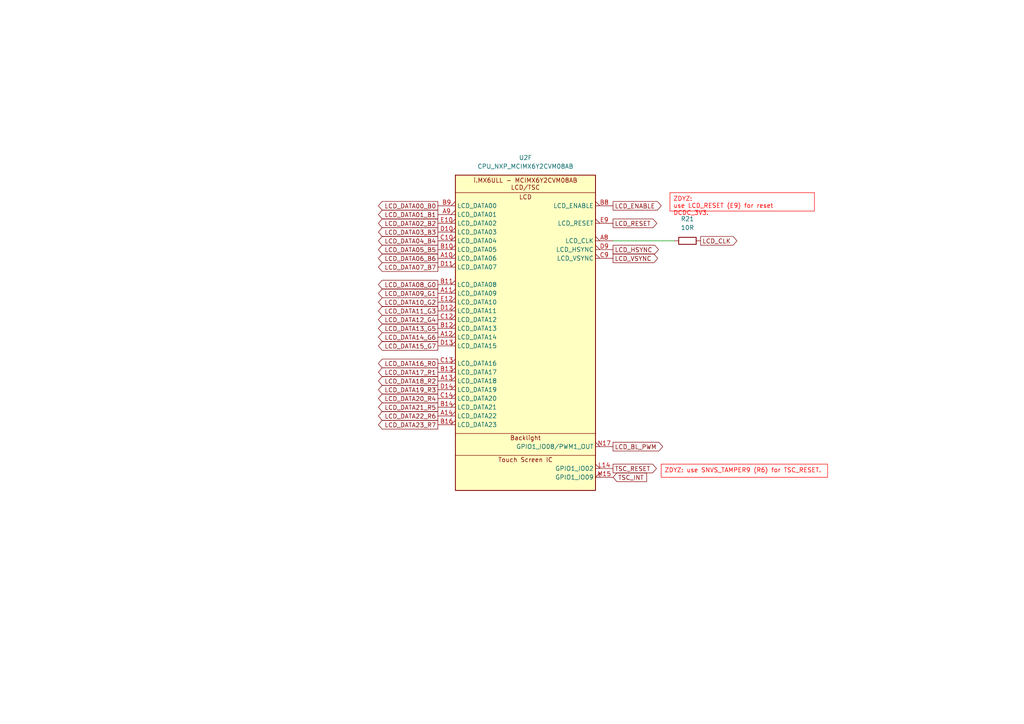
<source format=kicad_sch>
(kicad_sch
	(version 20231120)
	(generator "eeschema")
	(generator_version "8.0")
	(uuid "f8f2a567-909c-40d2-b256-6ce568dbd22d")
	(paper "A4")
	(title_block
		(title "i.MX6ULL Core - LCD TouchScreen")
		(date "2024-06-06")
		(rev "0.9.1")
	)
	(lib_symbols
		(symbol "Device:R"
			(pin_numbers hide)
			(pin_names
				(offset 0)
			)
			(exclude_from_sim no)
			(in_bom yes)
			(on_board yes)
			(property "Reference" "R"
				(at 2.032 0 90)
				(effects
					(font
						(size 1.27 1.27)
					)
				)
			)
			(property "Value" "R"
				(at 0 0 90)
				(effects
					(font
						(size 1.27 1.27)
					)
				)
			)
			(property "Footprint" ""
				(at -1.778 0 90)
				(effects
					(font
						(size 1.27 1.27)
					)
					(hide yes)
				)
			)
			(property "Datasheet" "~"
				(at 0 0 0)
				(effects
					(font
						(size 1.27 1.27)
					)
					(hide yes)
				)
			)
			(property "Description" "Resistor"
				(at 0 0 0)
				(effects
					(font
						(size 1.27 1.27)
					)
					(hide yes)
				)
			)
			(property "ki_keywords" "R res resistor"
				(at 0 0 0)
				(effects
					(font
						(size 1.27 1.27)
					)
					(hide yes)
				)
			)
			(property "ki_fp_filters" "R_*"
				(at 0 0 0)
				(effects
					(font
						(size 1.27 1.27)
					)
					(hide yes)
				)
			)
			(symbol "R_0_1"
				(rectangle
					(start -1.016 -2.54)
					(end 1.016 2.54)
					(stroke
						(width 0.254)
						(type default)
					)
					(fill
						(type none)
					)
				)
			)
			(symbol "R_1_1"
				(pin passive line
					(at 0 3.81 270)
					(length 1.27)
					(name "~"
						(effects
							(font
								(size 1.27 1.27)
							)
						)
					)
					(number "1"
						(effects
							(font
								(size 1.27 1.27)
							)
						)
					)
				)
				(pin passive line
					(at 0 -3.81 90)
					(length 1.27)
					(name "~"
						(effects
							(font
								(size 1.27 1.27)
							)
						)
					)
					(number "2"
						(effects
							(font
								(size 1.27 1.27)
							)
						)
					)
				)
			)
		)
		(symbol "i.MX6ULL_Core:CPU_NXP_MCIMX6Y2CVM08AB"
			(exclude_from_sim no)
			(in_bom yes)
			(on_board yes)
			(property "Reference" "U"
				(at 0 0 0)
				(effects
					(font
						(size 1.27 1.27)
					)
				)
			)
			(property "Value" "CPU_NXP_MCIMX6Y2CVM08AB"
				(at 0 54.61 0)
				(effects
					(font
						(size 1.27 1.27)
					)
				)
			)
			(property "Footprint" "i.MX6ULL_Core:NXP_BGA-289_14x14mm_Layout14x14_P0.8mm_Ball0.45mm_Pad0.4mm"
				(at 0 52.07 0)
				(effects
					(font
						(size 1.27 1.27)
					)
					(hide yes)
				)
			)
			(property "Datasheet" ""
				(at -29.21 -2.54 0)
				(effects
					(font
						(size 1.27 1.27)
					)
					(hide yes)
				)
			)
			(property "Description" ""
				(at -29.21 -2.54 0)
				(effects
					(font
						(size 1.27 1.27)
					)
					(hide yes)
				)
			)
			(property "ki_locked" ""
				(at 0 0 0)
				(effects
					(font
						(size 1.27 1.27)
					)
				)
			)
			(symbol "CPU_NXP_MCIMX6Y2CVM08AB_1_1"
				(unit_name "Unit A - PWR")
				(rectangle
					(start -20.32 44.45)
					(end 20.32 -44.45)
					(stroke
						(width 0.254)
						(type default)
					)
					(fill
						(type background)
					)
				)
				(polyline
					(pts
						(xy -20.32 -36.83) (xy 20.32 -36.83)
					)
					(stroke
						(width 0)
						(type default)
					)
					(fill
						(type none)
					)
				)
				(polyline
					(pts
						(xy -20.32 -27.94) (xy 20.32 -27.94)
					)
					(stroke
						(width 0)
						(type default)
					)
					(fill
						(type none)
					)
				)
				(polyline
					(pts
						(xy -20.32 -6.35) (xy 20.32 -6.35)
					)
					(stroke
						(width 0)
						(type default)
					)
					(fill
						(type none)
					)
				)
				(polyline
					(pts
						(xy -20.32 0) (xy 20.32 0)
					)
					(stroke
						(width 0)
						(type default)
					)
					(fill
						(type none)
					)
				)
				(polyline
					(pts
						(xy -20.32 8.89) (xy 20.32 8.89)
					)
					(stroke
						(width 0)
						(type default)
					)
					(fill
						(type none)
					)
				)
				(polyline
					(pts
						(xy -20.32 15.24) (xy 20.32 15.24)
					)
					(stroke
						(width 0)
						(type default)
					)
					(fill
						(type none)
					)
				)
				(polyline
					(pts
						(xy -20.32 24.13) (xy 20.32 24.13)
					)
					(stroke
						(width 0)
						(type default)
					)
					(fill
						(type none)
					)
				)
				(polyline
					(pts
						(xy -20.32 33.02) (xy 20.32 33.02)
					)
					(stroke
						(width 0)
						(type default)
					)
					(fill
						(type none)
					)
				)
				(polyline
					(pts
						(xy -20.32 39.37) (xy 20.32 39.37)
					)
					(stroke
						(width 0)
						(type default)
					)
					(fill
						(type none)
					)
				)
				(text "10pin"
					(at 5.08 20.32 0)
					(effects
						(font
							(size 1.27 1.27)
						)
						(justify right)
					)
				)
				(text "2pin"
					(at 5.08 29.21 0)
					(effects
						(font
							(size 1.27 1.27)
						)
						(justify right)
					)
				)
				(text "47pin"
					(at -15.24 -34.29 0)
					(effects
						(font
							(size 1.27 1.27)
						)
						(justify left)
					)
				)
				(text "4pin"
					(at 5.08 17.78 0)
					(effects
						(font
							(size 1.27 1.27)
						)
						(justify right)
					)
				)
				(text "6pin"
					(at -7.62 11.43 0)
					(effects
						(font
							(size 1.27 1.27)
						)
						(justify left)
					)
				)
				(text "6pin"
					(at -7.62 20.32 0)
					(effects
						(font
							(size 1.27 1.27)
						)
						(justify left)
					)
				)
				(text "ADC"
					(at 0 7.62 0)
					(effects
						(font
							(size 1.27 1.27)
						)
					)
				)
				(text "DRAM"
					(at 0 13.97 0)
					(effects
						(font
							(size 1.27 1.27)
						)
					)
				)
				(text "i.MX6ULL - MCIMX6Y2CVM08AB\nPWR"
					(at 0 41.91 0)
					(effects
						(font
							(size 1.27 1.27)
						)
					)
				)
				(text "LDO 2P5 1P1"
					(at 0 31.75 0)
					(effects
						(font
							(size 1.27 1.27)
						)
					)
				)
				(text private "NVCC_DRAM:\n	LPDDR2, 1.2V. DDR3L, 1.35V. DDR3, 1.5V\n\nNVCC_DRAM_2P5:\n	2.5V, Board-level connection to VDD_HIGH_CAP."
					(at 50.8 38.1 0)
					(effects
						(font
							(size 1.27 1.27)
						)
						(justify left top)
					)
				)
				(text "LDO ARM SOC"
					(at 0 22.86 0)
					(effects
						(font
							(size 1.27 1.27)
						)
					)
				)
				(text "LDO SNVS"
					(at 0 38.1 0)
					(effects
						(font
							(size 1.27 1.27)
						)
					)
				)
				(text "NVCC_xxx"
					(at 0 -7.62 0)
					(effects
						(font
							(size 1.27 1.27)
						)
					)
				)
				(text private "Total: 92 pins."
					(at -20.32 45.72 0)
					(effects
						(font
							(size 1.27 1.27)
						)
						(justify left)
					)
				)
				(text "Reserved"
					(at 0 -38.1 0)
					(effects
						(font
							(size 1.27 1.27)
						)
					)
				)
				(text "USB"
					(at 0 -1.27 0)
					(effects
						(font
							(size 1.27 1.27)
						)
					)
				)
				(text private "VDDA_ADC_3P3:\n	must be powered even\n	if the ADC is not used.\nADC_VREFH:\n	tied to VDDA_ADC_3P3.\n\nNGND_KEL0:\n	tied to GND.\n\nGPANIO:\n	reserved, unconnected."
					(at -76.2 38.1 0)
					(effects
						(font
							(size 1.27 1.27)
						)
						(justify left top)
					)
				)
				(text "VSS"
					(at 0 -29.21 0)
					(effects
						(font
							(size 1.27 1.27)
						)
					)
				)
				(pin power_in line
					(at -25.4 -34.29 0)
					(length 5.08)
					(name "VSS"
						(effects
							(font
								(size 1.27 1.27)
							)
						)
					)
					(number "A1"
						(effects
							(font
								(size 1.27 1.27)
							)
						)
					)
				)
				(pin passive line
					(at -25.4 -34.29 0)
					(length 5.08) hide
					(name "VSS"
						(effects
							(font
								(size 1.27 1.27)
							)
						)
					)
					(number "A17"
						(effects
							(font
								(size 1.27 1.27)
							)
						)
					)
				)
				(pin passive line
					(at -25.4 -34.29 0)
					(length 5.08) hide
					(name "VSS"
						(effects
							(font
								(size 1.27 1.27)
							)
						)
					)
					(number "C11"
						(effects
							(font
								(size 1.27 1.27)
							)
						)
					)
				)
				(pin passive line
					(at -25.4 -34.29 0)
					(length 5.08) hide
					(name "VSS"
						(effects
							(font
								(size 1.27 1.27)
							)
						)
					)
					(number "C15"
						(effects
							(font
								(size 1.27 1.27)
							)
						)
					)
				)
				(pin passive line
					(at -25.4 -34.29 0)
					(length 5.08) hide
					(name "VSS"
						(effects
							(font
								(size 1.27 1.27)
							)
						)
					)
					(number "C3"
						(effects
							(font
								(size 1.27 1.27)
							)
						)
					)
				)
				(pin power_in line
					(at -25.4 -15.24 0)
					(length 5.08)
					(name "NVCC_SD1"
						(effects
							(font
								(size 1.27 1.27)
							)
						)
					)
					(number "C4"
						(effects
							(font
								(size 1.27 1.27)
							)
						)
					)
				)
				(pin passive line
					(at -25.4 -34.29 0)
					(length 5.08) hide
					(name "VSS"
						(effects
							(font
								(size 1.27 1.27)
							)
						)
					)
					(number "C7"
						(effects
							(font
								(size 1.27 1.27)
							)
						)
					)
				)
				(pin passive line
					(at -25.4 -34.29 0)
					(length 5.08) hide
					(name "VSS"
						(effects
							(font
								(size 1.27 1.27)
							)
						)
					)
					(number "E11"
						(effects
							(font
								(size 1.27 1.27)
							)
						)
					)
				)
				(pin power_in line
					(at -25.4 -20.32 0)
					(length 5.08)
					(name "NVCC_LCD"
						(effects
							(font
								(size 1.27 1.27)
							)
						)
					)
					(number "E13"
						(effects
							(font
								(size 1.27 1.27)
							)
						)
					)
				)
				(pin power_in line
					(at -25.4 -17.78 0)
					(length 5.08)
					(name "NVCC_NAND"
						(effects
							(font
								(size 1.27 1.27)
							)
						)
					)
					(number "E7"
						(effects
							(font
								(size 1.27 1.27)
							)
						)
					)
				)
				(pin passive line
					(at -25.4 -34.29 0)
					(length 5.08) hide
					(name "VSS"
						(effects
							(font
								(size 1.27 1.27)
							)
						)
					)
					(number "E8"
						(effects
							(font
								(size 1.27 1.27)
							)
						)
					)
				)
				(pin passive line
					(at -25.4 -34.29 0)
					(length 5.08) hide
					(name "VSS"
						(effects
							(font
								(size 1.27 1.27)
							)
						)
					)
					(number "F10"
						(effects
							(font
								(size 1.27 1.27)
							)
						)
					)
				)
				(pin passive line
					(at -25.4 -34.29 0)
					(length 5.08) hide
					(name "VSS"
						(effects
							(font
								(size 1.27 1.27)
							)
						)
					)
					(number "F11"
						(effects
							(font
								(size 1.27 1.27)
							)
						)
					)
				)
				(pin passive line
					(at -25.4 -34.29 0)
					(length 5.08) hide
					(name "VSS"
						(effects
							(font
								(size 1.27 1.27)
							)
						)
					)
					(number "F12"
						(effects
							(font
								(size 1.27 1.27)
							)
						)
					)
				)
				(pin power_in line
					(at -25.4 -22.86 0)
					(length 5.08)
					(name "NVCC_ENET"
						(effects
							(font
								(size 1.27 1.27)
							)
						)
					)
					(number "F13"
						(effects
							(font
								(size 1.27 1.27)
							)
						)
					)
				)
				(pin power_in line
					(at -25.4 -25.4 0)
					(length 5.08)
					(name "NVCC_CSI"
						(effects
							(font
								(size 1.27 1.27)
							)
						)
					)
					(number "F4"
						(effects
							(font
								(size 1.27 1.27)
							)
						)
					)
				)
				(pin passive line
					(at -25.4 -34.29 0)
					(length 5.08) hide
					(name "VSS"
						(effects
							(font
								(size 1.27 1.27)
							)
						)
					)
					(number "F6"
						(effects
							(font
								(size 1.27 1.27)
							)
						)
					)
				)
				(pin passive line
					(at -25.4 -34.29 0)
					(length 5.08) hide
					(name "VSS"
						(effects
							(font
								(size 1.27 1.27)
							)
						)
					)
					(number "F7"
						(effects
							(font
								(size 1.27 1.27)
							)
						)
					)
				)
				(pin passive line
					(at -25.4 -34.29 0)
					(length 5.08) hide
					(name "VSS"
						(effects
							(font
								(size 1.27 1.27)
							)
						)
					)
					(number "F8"
						(effects
							(font
								(size 1.27 1.27)
							)
						)
					)
				)
				(pin passive line
					(at -25.4 -34.29 0)
					(length 5.08) hide
					(name "VSS"
						(effects
							(font
								(size 1.27 1.27)
							)
						)
					)
					(number "F9"
						(effects
							(font
								(size 1.27 1.27)
							)
						)
					)
				)
				(pin passive line
					(at 25.4 17.78 180)
					(length 5.08) hide
					(name "VDD_ARM_CAP"
						(effects
							(font
								(size 1.27 1.27)
							)
						)
					)
					(number "G10"
						(effects
							(font
								(size 1.27 1.27)
							)
						)
					)
				)
				(pin passive line
					(at 25.4 17.78 180)
					(length 5.08) hide
					(name "VDD_ARM_CAP"
						(effects
							(font
								(size 1.27 1.27)
							)
						)
					)
					(number "G11"
						(effects
							(font
								(size 1.27 1.27)
							)
						)
					)
				)
				(pin passive line
					(at -25.4 -34.29 0)
					(length 5.08) hide
					(name "VSS"
						(effects
							(font
								(size 1.27 1.27)
							)
						)
					)
					(number "G12"
						(effects
							(font
								(size 1.27 1.27)
							)
						)
					)
				)
				(pin passive line
					(at -25.4 -34.29 0)
					(length 5.08) hide
					(name "VSS"
						(effects
							(font
								(size 1.27 1.27)
							)
						)
					)
					(number "G15"
						(effects
							(font
								(size 1.27 1.27)
							)
						)
					)
				)
				(pin passive line
					(at -25.4 -34.29 0)
					(length 5.08) hide
					(name "VSS"
						(effects
							(font
								(size 1.27 1.27)
							)
						)
					)
					(number "G3"
						(effects
							(font
								(size 1.27 1.27)
							)
						)
					)
				)
				(pin passive line
					(at -25.4 -34.29 0)
					(length 5.08) hide
					(name "VSS"
						(effects
							(font
								(size 1.27 1.27)
							)
						)
					)
					(number "G5"
						(effects
							(font
								(size 1.27 1.27)
							)
						)
					)
				)
				(pin power_in line
					(at -25.4 11.43 0)
					(length 5.08)
					(name "NVCC_DRAM"
						(effects
							(font
								(size 1.27 1.27)
							)
						)
					)
					(number "G6"
						(effects
							(font
								(size 1.27 1.27)
							)
						)
					)
				)
				(pin passive line
					(at -25.4 -34.29 0)
					(length 5.08) hide
					(name "VSS"
						(effects
							(font
								(size 1.27 1.27)
							)
						)
					)
					(number "G7"
						(effects
							(font
								(size 1.27 1.27)
							)
						)
					)
				)
				(pin power_out line
					(at 25.4 20.32 180)
					(length 5.08)
					(name "VDD_SOC_CAP"
						(effects
							(font
								(size 1.27 1.27)
							)
						)
					)
					(number "G8"
						(effects
							(font
								(size 1.27 1.27)
							)
						)
					)
				)
				(pin power_out line
					(at 25.4 17.78 180)
					(length 5.08)
					(name "VDD_ARM_CAP"
						(effects
							(font
								(size 1.27 1.27)
							)
						)
					)
					(number "G9"
						(effects
							(font
								(size 1.27 1.27)
							)
						)
					)
				)
				(pin passive line
					(at -25.4 20.32 0)
					(length 5.08) hide
					(name "VDD_SOC_IN"
						(effects
							(font
								(size 1.27 1.27)
							)
						)
					)
					(number "H10"
						(effects
							(font
								(size 1.27 1.27)
							)
						)
					)
				)
				(pin passive line
					(at 25.4 17.78 180)
					(length 5.08) hide
					(name "VDD_ARM_CAP"
						(effects
							(font
								(size 1.27 1.27)
							)
						)
					)
					(number "H11"
						(effects
							(font
								(size 1.27 1.27)
							)
						)
					)
				)
				(pin passive line
					(at -25.4 -34.29 0)
					(length 5.08) hide
					(name "VSS"
						(effects
							(font
								(size 1.27 1.27)
							)
						)
					)
					(number "H12"
						(effects
							(font
								(size 1.27 1.27)
							)
						)
					)
				)
				(pin power_in line
					(at -25.4 -10.16 0)
					(length 5.08)
					(name "NVCC_UART"
						(effects
							(font
								(size 1.27 1.27)
							)
						)
					)
					(number "H13"
						(effects
							(font
								(size 1.27 1.27)
							)
						)
					)
				)
				(pin passive line
					(at -25.4 11.43 0)
					(length 5.08) hide
					(name "NVCC_DRAM"
						(effects
							(font
								(size 1.27 1.27)
							)
						)
					)
					(number "H6"
						(effects
							(font
								(size 1.27 1.27)
							)
						)
					)
				)
				(pin passive line
					(at -25.4 -34.29 0)
					(length 5.08) hide
					(name "VSS"
						(effects
							(font
								(size 1.27 1.27)
							)
						)
					)
					(number "H7"
						(effects
							(font
								(size 1.27 1.27)
							)
						)
					)
				)
				(pin passive line
					(at 25.4 20.32 180)
					(length 5.08) hide
					(name "VDD_SOC_CAP"
						(effects
							(font
								(size 1.27 1.27)
							)
						)
					)
					(number "H8"
						(effects
							(font
								(size 1.27 1.27)
							)
						)
					)
				)
				(pin power_in line
					(at -25.4 20.32 0)
					(length 5.08)
					(name "VDD_SOC_IN"
						(effects
							(font
								(size 1.27 1.27)
							)
						)
					)
					(number "H9"
						(effects
							(font
								(size 1.27 1.27)
							)
						)
					)
				)
				(pin passive line
					(at -25.4 20.32 0)
					(length 5.08) hide
					(name "VDD_SOC_IN"
						(effects
							(font
								(size 1.27 1.27)
							)
						)
					)
					(number "J10"
						(effects
							(font
								(size 1.27 1.27)
							)
						)
					)
				)
				(pin passive line
					(at 25.4 20.32 180)
					(length 5.08) hide
					(name "VDD_SOC_CAP"
						(effects
							(font
								(size 1.27 1.27)
							)
						)
					)
					(number "J11"
						(effects
							(font
								(size 1.27 1.27)
							)
						)
					)
				)
				(pin passive line
					(at -25.4 -34.29 0)
					(length 5.08) hide
					(name "VSS"
						(effects
							(font
								(size 1.27 1.27)
							)
						)
					)
					(number "J12"
						(effects
							(font
								(size 1.27 1.27)
							)
						)
					)
				)
				(pin power_in line
					(at -25.4 -12.7 0)
					(length 5.08)
					(name "NVCC_GPIO"
						(effects
							(font
								(size 1.27 1.27)
							)
						)
					)
					(number "J13"
						(effects
							(font
								(size 1.27 1.27)
							)
						)
					)
				)
				(pin passive line
					(at -25.4 -34.29 0)
					(length 5.08) hide
					(name "VSS"
						(effects
							(font
								(size 1.27 1.27)
							)
						)
					)
					(number "J5"
						(effects
							(font
								(size 1.27 1.27)
							)
						)
					)
				)
				(pin passive line
					(at -25.4 11.43 0)
					(length 5.08) hide
					(name "NVCC_DRAM"
						(effects
							(font
								(size 1.27 1.27)
							)
						)
					)
					(number "J6"
						(effects
							(font
								(size 1.27 1.27)
							)
						)
					)
				)
				(pin passive line
					(at -25.4 -34.29 0)
					(length 5.08) hide
					(name "VSS"
						(effects
							(font
								(size 1.27 1.27)
							)
						)
					)
					(number "J7"
						(effects
							(font
								(size 1.27 1.27)
							)
						)
					)
				)
				(pin passive line
					(at 25.4 20.32 180)
					(length 5.08) hide
					(name "VDD_SOC_CAP"
						(effects
							(font
								(size 1.27 1.27)
							)
						)
					)
					(number "J8"
						(effects
							(font
								(size 1.27 1.27)
							)
						)
					)
				)
				(pin passive line
					(at -25.4 20.32 0)
					(length 5.08) hide
					(name "VDD_SOC_IN"
						(effects
							(font
								(size 1.27 1.27)
							)
						)
					)
					(number "J9"
						(effects
							(font
								(size 1.27 1.27)
							)
						)
					)
				)
				(pin passive line
					(at -25.4 20.32 0)
					(length 5.08) hide
					(name "VDD_SOC_IN"
						(effects
							(font
								(size 1.27 1.27)
							)
						)
					)
					(number "K10"
						(effects
							(font
								(size 1.27 1.27)
							)
						)
					)
				)
				(pin passive line
					(at 25.4 20.32 180)
					(length 5.08) hide
					(name "VDD_SOC_CAP"
						(effects
							(font
								(size 1.27 1.27)
							)
						)
					)
					(number "K11"
						(effects
							(font
								(size 1.27 1.27)
							)
						)
					)
				)
				(pin passive line
					(at -25.4 -34.29 0)
					(length 5.08) hide
					(name "VSS"
						(effects
							(font
								(size 1.27 1.27)
							)
						)
					)
					(number "K12"
						(effects
							(font
								(size 1.27 1.27)
							)
						)
					)
				)
				(pin passive line
					(at -25.4 11.43 0)
					(length 5.08) hide
					(name "NVCC_DRAM"
						(effects
							(font
								(size 1.27 1.27)
							)
						)
					)
					(number "K6"
						(effects
							(font
								(size 1.27 1.27)
							)
						)
					)
				)
				(pin passive line
					(at -25.4 -34.29 0)
					(length 5.08) hide
					(name "VSS"
						(effects
							(font
								(size 1.27 1.27)
							)
						)
					)
					(number "K7"
						(effects
							(font
								(size 1.27 1.27)
							)
						)
					)
				)
				(pin passive line
					(at 25.4 20.32 180)
					(length 5.08) hide
					(name "VDD_SOC_CAP"
						(effects
							(font
								(size 1.27 1.27)
							)
						)
					)
					(number "K8"
						(effects
							(font
								(size 1.27 1.27)
							)
						)
					)
				)
				(pin passive line
					(at -25.4 20.32 0)
					(length 5.08) hide
					(name "VDD_SOC_IN"
						(effects
							(font
								(size 1.27 1.27)
							)
						)
					)
					(number "K9"
						(effects
							(font
								(size 1.27 1.27)
							)
						)
					)
				)
				(pin passive line
					(at 25.4 20.32 180)
					(length 5.08) hide
					(name "VDD_SOC_CAP"
						(effects
							(font
								(size 1.27 1.27)
							)
						)
					)
					(number "L10"
						(effects
							(font
								(size 1.27 1.27)
							)
						)
					)
				)
				(pin passive line
					(at 25.4 20.32 180)
					(length 5.08) hide
					(name "VDD_SOC_CAP"
						(effects
							(font
								(size 1.27 1.27)
							)
						)
					)
					(number "L11"
						(effects
							(font
								(size 1.27 1.27)
							)
						)
					)
				)
				(pin passive line
					(at -25.4 -34.29 0)
					(length 5.08) hide
					(name "VSS"
						(effects
							(font
								(size 1.27 1.27)
							)
						)
					)
					(number "L12"
						(effects
							(font
								(size 1.27 1.27)
							)
						)
					)
				)
				(pin power_in line
					(at -25.4 5.08 0)
					(length 5.08)
					(name "VDDA_ADC_3P3"
						(effects
							(font
								(size 1.27 1.27)
							)
						)
					)
					(number "L13"
						(effects
							(font
								(size 1.27 1.27)
							)
						)
					)
				)
				(pin passive line
					(at -25.4 -34.29 0)
					(length 5.08) hide
					(name "VSS"
						(effects
							(font
								(size 1.27 1.27)
							)
						)
					)
					(number "L3"
						(effects
							(font
								(size 1.27 1.27)
							)
						)
					)
				)
				(pin passive line
					(at -25.4 11.43 0)
					(length 5.08) hide
					(name "NVCC_DRAM"
						(effects
							(font
								(size 1.27 1.27)
							)
						)
					)
					(number "L6"
						(effects
							(font
								(size 1.27 1.27)
							)
						)
					)
				)
				(pin passive line
					(at -25.4 -34.29 0)
					(length 5.08) hide
					(name "VSS"
						(effects
							(font
								(size 1.27 1.27)
							)
						)
					)
					(number "L7"
						(effects
							(font
								(size 1.27 1.27)
							)
						)
					)
				)
				(pin passive line
					(at 25.4 20.32 180)
					(length 5.08) hide
					(name "VDD_SOC_CAP"
						(effects
							(font
								(size 1.27 1.27)
							)
						)
					)
					(number "L8"
						(effects
							(font
								(size 1.27 1.27)
							)
						)
					)
				)
				(pin passive line
					(at 25.4 20.32 180)
					(length 5.08) hide
					(name "VDD_SOC_CAP"
						(effects
							(font
								(size 1.27 1.27)
							)
						)
					)
					(number "L9"
						(effects
							(font
								(size 1.27 1.27)
							)
						)
					)
				)
				(pin passive line
					(at -25.4 -34.29 0)
					(length 5.08) hide
					(name "VSS"
						(effects
							(font
								(size 1.27 1.27)
							)
						)
					)
					(number "M10"
						(effects
							(font
								(size 1.27 1.27)
							)
						)
					)
				)
				(pin passive line
					(at -25.4 -34.29 0)
					(length 5.08) hide
					(name "VSS"
						(effects
							(font
								(size 1.27 1.27)
							)
						)
					)
					(number "M11"
						(effects
							(font
								(size 1.27 1.27)
							)
						)
					)
				)
				(pin power_in line
					(at -25.4 -31.75 0)
					(length 5.08)
					(name "NGND_KEL0"
						(effects
							(font
								(size 1.27 1.27)
							)
						)
					)
					(number "M12"
						(effects
							(font
								(size 1.27 1.27)
							)
						)
					)
				)
				(pin power_in line
					(at -25.4 2.54 0)
					(length 5.08)
					(name "ADC_VREFH"
						(effects
							(font
								(size 1.27 1.27)
							)
						)
					)
					(number "M13"
						(effects
							(font
								(size 1.27 1.27)
							)
						)
					)
				)
				(pin passive line
					(at -25.4 11.43 0)
					(length 5.08) hide
					(name "NVCC_DRAM"
						(effects
							(font
								(size 1.27 1.27)
							)
						)
					)
					(number "M6"
						(effects
							(font
								(size 1.27 1.27)
							)
						)
					)
				)
				(pin passive line
					(at -25.4 -34.29 0)
					(length 5.08) hide
					(name "VSS"
						(effects
							(font
								(size 1.27 1.27)
							)
						)
					)
					(number "M7"
						(effects
							(font
								(size 1.27 1.27)
							)
						)
					)
				)
				(pin passive line
					(at -25.4 -34.29 0)
					(length 5.08) hide
					(name "VSS"
						(effects
							(font
								(size 1.27 1.27)
							)
						)
					)
					(number "M8"
						(effects
							(font
								(size 1.27 1.27)
							)
						)
					)
				)
				(pin passive line
					(at -25.4 -34.29 0)
					(length 5.08) hide
					(name "VSS"
						(effects
							(font
								(size 1.27 1.27)
							)
						)
					)
					(number "M9"
						(effects
							(font
								(size 1.27 1.27)
							)
						)
					)
				)
				(pin power_out line
					(at 25.4 35.56 180)
					(length 5.08)
					(name "VDD_SNVS_CAP"
						(effects
							(font
								(size 1.27 1.27)
							)
						)
					)
					(number "N12"
						(effects
							(font
								(size 1.27 1.27)
							)
						)
					)
				)
				(pin power_in line
					(at -25.4 29.21 0)
					(length 5.08)
					(name "VDD_HIGH_IN"
						(effects
							(font
								(size 1.27 1.27)
							)
						)
					)
					(number "N13"
						(effects
							(font
								(size 1.27 1.27)
							)
						)
					)
				)
				(pin passive line
					(at -25.4 -34.29 0)
					(length 5.08) hide
					(name "VSS"
						(effects
							(font
								(size 1.27 1.27)
							)
						)
					)
					(number "N3"
						(effects
							(font
								(size 1.27 1.27)
							)
						)
					)
				)
				(pin passive line
					(at -25.4 -34.29 0)
					(length 5.08) hide
					(name "VSS"
						(effects
							(font
								(size 1.27 1.27)
							)
						)
					)
					(number "N5"
						(effects
							(font
								(size 1.27 1.27)
							)
						)
					)
				)
				(pin power_in line
					(at 25.4 11.43 180)
					(length 5.08)
					(name "NVCC_DRAM_2P5"
						(effects
							(font
								(size 1.27 1.27)
							)
						)
					)
					(number "N6"
						(effects
							(font
								(size 1.27 1.27)
							)
						)
					)
				)
				(pin power_in line
					(at -25.4 35.56 0)
					(length 5.08)
					(name "VDD_SNVS_IN"
						(effects
							(font
								(size 1.27 1.27)
							)
						)
					)
					(number "P12"
						(effects
							(font
								(size 1.27 1.27)
							)
						)
					)
				)
				(pin power_out line
					(at 25.4 26.67 180)
					(length 5.08)
					(name "NVCC_PLL"
						(effects
							(font
								(size 1.27 1.27)
							)
						)
					)
					(number "P13"
						(effects
							(font
								(size 1.27 1.27)
							)
						)
					)
				)
				(pin passive line
					(at -25.4 -34.29 0)
					(length 5.08) hide
					(name "VSS"
						(effects
							(font
								(size 1.27 1.27)
							)
						)
					)
					(number "R11"
						(effects
							(font
								(size 1.27 1.27)
							)
						)
					)
				)
				(pin power_out line
					(at 25.4 -3.81 180)
					(length 5.08)
					(name "VDD_USB_CAP"
						(effects
							(font
								(size 1.27 1.27)
							)
						)
					)
					(number "R12"
						(effects
							(font
								(size 1.27 1.27)
							)
						)
					)
				)
				(pin no_connect line
					(at -25.4 -40.64 0)
					(length 5.08)
					(name "GPANAIO"
						(effects
							(font
								(size 1.27 1.27)
							)
						)
					)
					(number "R13"
						(effects
							(font
								(size 1.27 1.27)
							)
						)
					)
				)
				(pin power_out line
					(at 25.4 29.21 180)
					(length 5.08)
					(name "VDD_HIGH_CAP"
						(effects
							(font
								(size 1.27 1.27)
							)
						)
					)
					(number "R14"
						(effects
							(font
								(size 1.27 1.27)
							)
						)
					)
				)
				(pin passive line
					(at 25.4 29.21 180)
					(length 5.08) hide
					(name "VDD_HIGH_CAP"
						(effects
							(font
								(size 1.27 1.27)
							)
						)
					)
					(number "R15"
						(effects
							(font
								(size 1.27 1.27)
							)
						)
					)
				)
				(pin passive line
					(at -25.4 -34.29 0)
					(length 5.08) hide
					(name "VSS"
						(effects
							(font
								(size 1.27 1.27)
							)
						)
					)
					(number "R16"
						(effects
							(font
								(size 1.27 1.27)
							)
						)
					)
				)
				(pin passive line
					(at -25.4 -34.29 0)
					(length 5.08) hide
					(name "VSS"
						(effects
							(font
								(size 1.27 1.27)
							)
						)
					)
					(number "R17"
						(effects
							(font
								(size 1.27 1.27)
							)
						)
					)
				)
				(pin passive line
					(at -25.4 -34.29 0)
					(length 5.08) hide
					(name "VSS"
						(effects
							(font
								(size 1.27 1.27)
							)
						)
					)
					(number "R3"
						(effects
							(font
								(size 1.27 1.27)
							)
						)
					)
				)
				(pin passive line
					(at -25.4 -34.29 0)
					(length 5.08) hide
					(name "VSS"
						(effects
							(font
								(size 1.27 1.27)
							)
						)
					)
					(number "R5"
						(effects
							(font
								(size 1.27 1.27)
							)
						)
					)
				)
				(pin passive line
					(at -25.4 -34.29 0)
					(length 5.08) hide
					(name "VSS"
						(effects
							(font
								(size 1.27 1.27)
							)
						)
					)
					(number "R7"
						(effects
							(font
								(size 1.27 1.27)
							)
						)
					)
				)
				(pin passive line
					(at -25.4 -34.29 0)
					(length 5.08) hide
					(name "VSS"
						(effects
							(font
								(size 1.27 1.27)
							)
						)
					)
					(number "T14"
						(effects
							(font
								(size 1.27 1.27)
							)
						)
					)
				)
				(pin passive line
					(at -25.4 -34.29 0)
					(length 5.08) hide
					(name "VSS"
						(effects
							(font
								(size 1.27 1.27)
							)
						)
					)
					(number "U1"
						(effects
							(font
								(size 1.27 1.27)
							)
						)
					)
				)
				(pin passive line
					(at -25.4 -34.29 0)
					(length 5.08) hide
					(name "VSS"
						(effects
							(font
								(size 1.27 1.27)
							)
						)
					)
					(number "U14"
						(effects
							(font
								(size 1.27 1.27)
							)
						)
					)
				)
				(pin passive line
					(at -25.4 -34.29 0)
					(length 5.08) hide
					(name "VSS"
						(effects
							(font
								(size 1.27 1.27)
							)
						)
					)
					(number "U17"
						(effects
							(font
								(size 1.27 1.27)
							)
						)
					)
				)
			)
			(symbol "CPU_NXP_MCIMX6Y2CVM08AB_2_1"
				(unit_name "Unit B - OSC/BOOT")
				(rectangle
					(start -20.32 22.86)
					(end 20.32 -22.86)
					(stroke
						(width 0.254)
						(type default)
					)
					(fill
						(type background)
					)
				)
				(polyline
					(pts
						(xy -20.32 -16.51) (xy 20.32 -16.51)
					)
					(stroke
						(width 0)
						(type default)
					)
					(fill
						(type none)
					)
				)
				(polyline
					(pts
						(xy -20.32 -7.62) (xy 20.32 -7.62)
					)
					(stroke
						(width 0)
						(type default)
					)
					(fill
						(type none)
					)
				)
				(polyline
					(pts
						(xy -20.32 1.27) (xy 20.32 1.27)
					)
					(stroke
						(width 0)
						(type default)
					)
					(fill
						(type none)
					)
				)
				(polyline
					(pts
						(xy -20.32 17.78) (xy 20.32 17.78)
					)
					(stroke
						(width 0)
						(type default)
					)
					(fill
						(type none)
					)
				)
				(text private "CCM_CLK1_P, CCM_CLK1_N:\n	unconnected if not used.\n\n~{POR}:\n	internal 100k pull up.\nONOFF:\n	internal 100k pull up, pull down to reset chip."
					(at 38.1 12.7 0)
					(effects
						(font
							(size 1.27 1.27)
						)
						(justify left top)
					)
				)
				(text "BOOT"
					(at 0 0 0)
					(effects
						(font
							(size 1.27 1.27)
						)
					)
				)
				(text "i.MX6ULL - MCIMX6Y2CVM08AB\nOSC/BOOT"
					(at 0 20.32 0)
					(effects
						(font
							(size 1.27 1.27)
						)
					)
				)
				(text "OSC"
					(at 0 16.51 0)
					(effects
						(font
							(size 1.27 1.27)
						)
					)
				)
				(text private "Total: 13 pins."
					(at -20.32 24.13 0)
					(effects
						(font
							(size 1.27 1.27)
						)
						(justify left)
					)
				)
				(text private "XTALI, XTALO:\n	24MHz.\nRTC_XTALI, RTC_XTALO:\n	32.768kHz.\n\nBOOT_MODE1,BOOT_MODE0:\n	internal 100k pull down.\n00: efuse.\n01: serial download.\n10: internal boot.\n11: reserved.\n\nTEST_MODE:\n	reserved,\n	unconnected or tied to GND."
					(at -76.2 12.7 0)
					(effects
						(font
							(size 1.27 1.27)
						)
						(justify left top)
					)
				)
				(text "Reserved"
					(at 0 -17.78 0)
					(effects
						(font
							(size 1.27 1.27)
						)
					)
				)
				(text "SNVS/CCM"
					(at 0 -8.89 0)
					(effects
						(font
							(size 1.27 1.27)
						)
					)
				)
				(pin no_connect line
					(at -25.4 -20.32 0)
					(length 5.08)
					(name "TEST_MODE"
						(effects
							(font
								(size 1.27 1.27)
							)
						)
					)
					(number "N7"
						(effects
							(font
								(size 1.27 1.27)
							)
						)
					)
				)
				(pin output output_low
					(at 25.4 11.43 180)
					(length 5.08)
					(name "CCM_CLK1_N"
						(effects
							(font
								(size 1.27 1.27)
							)
						)
					)
					(number "P16"
						(effects
							(font
								(size 1.27 1.27)
							)
						)
					)
				)
				(pin input input_low
					(at 25.4 13.97 180)
					(length 5.08)
					(name "CCM_CLK1_P"
						(effects
							(font
								(size 1.27 1.27)
							)
						)
					)
					(number "P17"
						(effects
							(font
								(size 1.27 1.27)
							)
						)
					)
				)
				(pin input input_low
					(at 25.4 -2.54 180)
					(length 5.08)
					(name "~{POR}"
						(effects
							(font
								(size 1.27 1.27)
							)
						)
					)
					(number "P8"
						(effects
							(font
								(size 1.27 1.27)
							)
						)
					)
				)
				(pin input input_low
					(at 25.4 -5.08 180)
					(length 5.08)
					(name "ONOFF"
						(effects
							(font
								(size 1.27 1.27)
							)
						)
					)
					(number "R8"
						(effects
							(font
								(size 1.27 1.27)
							)
						)
					)
				)
				(pin input input_low
					(at -25.4 -5.08 0)
					(length 5.08)
					(name "BOOT_MODE0"
						(effects
							(font
								(size 1.27 1.27)
							)
						)
					)
					(number "T10"
						(effects
							(font
								(size 1.27 1.27)
							)
						)
					)
				)
				(pin input input_low
					(at -25.4 6.35 0)
					(length 5.08)
					(name "RTC_XTALI"
						(effects
							(font
								(size 1.27 1.27)
							)
						)
					)
					(number "T11"
						(effects
							(font
								(size 1.27 1.27)
							)
						)
					)
				)
				(pin input input_low
					(at -25.4 13.97 0)
					(length 5.08)
					(name "XTALI"
						(effects
							(font
								(size 1.27 1.27)
							)
						)
					)
					(number "T16"
						(effects
							(font
								(size 1.27 1.27)
							)
						)
					)
				)
				(pin output output_low
					(at -25.4 11.43 0)
					(length 5.08)
					(name "XTALO"
						(effects
							(font
								(size 1.27 1.27)
							)
						)
					)
					(number "T17"
						(effects
							(font
								(size 1.27 1.27)
							)
						)
					)
				)
				(pin output output_low
					(at -25.4 -11.43 0)
					(length 5.08)
					(name "SNVS_PMIC_ON_REQ"
						(effects
							(font
								(size 1.27 1.27)
							)
						)
					)
					(number "T9"
						(effects
							(font
								(size 1.27 1.27)
							)
						)
					)
				)
				(pin input input_low
					(at -25.4 -2.54 0)
					(length 5.08)
					(name "BOOT_MODE1"
						(effects
							(font
								(size 1.27 1.27)
							)
						)
					)
					(number "U10"
						(effects
							(font
								(size 1.27 1.27)
							)
						)
					)
				)
				(pin output output_low
					(at -25.4 3.81 0)
					(length 5.08)
					(name "RTC_XTALO"
						(effects
							(font
								(size 1.27 1.27)
							)
						)
					)
					(number "U11"
						(effects
							(font
								(size 1.27 1.27)
							)
						)
					)
				)
				(pin output output_low
					(at -25.4 -13.97 0)
					(length 5.08)
					(name "CCM_PMIC_STBY_REQ"
						(effects
							(font
								(size 1.27 1.27)
							)
						)
					)
					(number "U9"
						(effects
							(font
								(size 1.27 1.27)
							)
						)
					)
				)
			)
			(symbol "CPU_NXP_MCIMX6Y2CVM08AB_3_1"
				(unit_name "Unit C - DRAM")
				(rectangle
					(start -20.32 46.99)
					(end 20.32 -46.99)
					(stroke
						(width 0.254)
						(type default)
					)
					(fill
						(type background)
					)
				)
				(polyline
					(pts
						(xy -20.32 41.91) (xy 20.32 41.91)
					)
					(stroke
						(width 0)
						(type default)
					)
					(fill
						(type none)
					)
				)
				(text private "DRAM_VREF:\n	must be half of NVCC_DRAM.\n	Use a 1 kohm 0.5% resistor to GND and a 1 kohm 0.5%\n	resistor to NVCC_DRAM. Shunt each resistor with a\n	closely-mounted 0.1 uF capacitor."
					(at -101.6 38.1 0)
					(effects
						(font
							(size 1.27 1.27)
						)
						(justify left top)
					)
				)
				(text private "Total: 55 pins."
					(at -20.32 48.26 0)
					(effects
						(font
							(size 1.27 1.27)
						)
						(justify left)
					)
				)
				(text "i.MX6ULL - MCIMX6Y2CVM08AB\nDRAM"
					(at 0 44.45 0)
					(effects
						(font
							(size 1.27 1.27)
						)
					)
				)
				(pin output output_low
					(at 25.4 24.13 180)
					(length 5.08)
					(name "DRAM_ODT1"
						(effects
							(font
								(size 1.27 1.27)
							)
						)
					)
					(number "F1"
						(effects
							(font
								(size 1.27 1.27)
							)
						)
					)
				)
				(pin output output_low
					(at -25.4 -24.13 0)
					(length 5.08)
					(name "DRAM_ADDR14"
						(effects
							(font
								(size 1.27 1.27)
							)
						)
					)
					(number "G1"
						(effects
							(font
								(size 1.27 1.27)
							)
						)
					)
				)
				(pin output output_low
					(at -25.4 -1.27 0)
					(length 5.08)
					(name "DRAM_ADDR06"
						(effects
							(font
								(size 1.27 1.27)
							)
						)
					)
					(number "G2"
						(effects
							(font
								(size 1.27 1.27)
							)
						)
					)
				)
				(pin output output_low
					(at -25.4 29.21 0)
					(length 5.08)
					(name "DRAM_RESET"
						(effects
							(font
								(size 1.27 1.27)
							)
						)
					)
					(number "G4"
						(effects
							(font
								(size 1.27 1.27)
							)
						)
					)
				)
				(pin output output_low
					(at -25.4 -34.29 0)
					(length 5.08)
					(name "DRAM_SDBA1"
						(effects
							(font
								(size 1.27 1.27)
							)
						)
					)
					(number "H1"
						(effects
							(font
								(size 1.27 1.27)
							)
						)
					)
				)
				(pin output output_low
					(at -25.4 11.43 0)
					(length 5.08)
					(name "DRAM_ADDR01"
						(effects
							(font
								(size 1.27 1.27)
							)
						)
					)
					(number "H2"
						(effects
							(font
								(size 1.27 1.27)
							)
						)
					)
				)
				(pin output output_low
					(at -25.4 -21.59 0)
					(length 5.08)
					(name "DRAM_ADDR13"
						(effects
							(font
								(size 1.27 1.27)
							)
						)
					)
					(number "H3"
						(effects
							(font
								(size 1.27 1.27)
							)
						)
					)
				)
				(pin output output_low
					(at -25.4 -3.81 0)
					(length 5.08)
					(name "DRAM_ADDR07"
						(effects
							(font
								(size 1.27 1.27)
							)
						)
					)
					(number "H4"
						(effects
							(font
								(size 1.27 1.27)
							)
						)
					)
				)
				(pin output output_low
					(at -25.4 31.75 0)
					(length 5.08)
					(name "~{DRAM_CS1}"
						(effects
							(font
								(size 1.27 1.27)
							)
						)
					)
					(number "H5"
						(effects
							(font
								(size 1.27 1.27)
							)
						)
					)
				)
				(pin output output_low
					(at 25.4 29.21 180)
					(length 5.08)
					(name "~{DRAM_SDWE}"
						(effects
							(font
								(size 1.27 1.27)
							)
						)
					)
					(number "J1"
						(effects
							(font
								(size 1.27 1.27)
							)
						)
					)
				)
				(pin output output_low
					(at 25.4 31.75 180)
					(length 5.08)
					(name "~{DRAM_CAS}"
						(effects
							(font
								(size 1.27 1.27)
							)
						)
					)
					(number "J2"
						(effects
							(font
								(size 1.27 1.27)
							)
						)
					)
				)
				(pin output output_low
					(at -25.4 24.13 0)
					(length 5.08)
					(name "DRAM_SDCKE1"
						(effects
							(font
								(size 1.27 1.27)
							)
						)
					)
					(number "J3"
						(effects
							(font
								(size 1.27 1.27)
							)
						)
					)
				)
				(pin output output_low
					(at -25.4 -8.89 0)
					(length 5.08)
					(name "DRAM_ADDR08"
						(effects
							(font
								(size 1.27 1.27)
							)
						)
					)
					(number "J4"
						(effects
							(font
								(size 1.27 1.27)
							)
						)
					)
				)
				(pin output output_low
					(at -25.4 8.89 0)
					(length 5.08)
					(name "DRAM_ADDR02"
						(effects
							(font
								(size 1.27 1.27)
							)
						)
					)
					(number "K1"
						(effects
							(font
								(size 1.27 1.27)
							)
						)
					)
				)
				(pin output output_low
					(at -25.4 -36.83 0)
					(length 5.08)
					(name "DRAM_SDBA2"
						(effects
							(font
								(size 1.27 1.27)
							)
						)
					)
					(number "K2"
						(effects
							(font
								(size 1.27 1.27)
							)
						)
					)
				)
				(pin output output_low
					(at -25.4 -16.51 0)
					(length 5.08)
					(name "DRAM_ADDR11"
						(effects
							(font
								(size 1.27 1.27)
							)
						)
					)
					(number "K3"
						(effects
							(font
								(size 1.27 1.27)
							)
						)
					)
				)
				(pin output output_low
					(at -25.4 3.81 0)
					(length 5.08)
					(name "DRAM_ADDR04"
						(effects
							(font
								(size 1.27 1.27)
							)
						)
					)
					(number "K4"
						(effects
							(font
								(size 1.27 1.27)
							)
						)
					)
				)
				(pin output output_low
					(at -25.4 -26.67 0)
					(length 5.08)
					(name "DRAM_ADDR15"
						(effects
							(font
								(size 1.27 1.27)
							)
						)
					)
					(number "K5"
						(effects
							(font
								(size 1.27 1.27)
							)
						)
					)
				)
				(pin output output_low
					(at -25.4 1.27 0)
					(length 5.08)
					(name "DRAM_ADDR05"
						(effects
							(font
								(size 1.27 1.27)
							)
						)
					)
					(number "L1"
						(effects
							(font
								(size 1.27 1.27)
							)
						)
					)
				)
				(pin output output_low
					(at -25.4 -11.43 0)
					(length 5.08)
					(name "DRAM_ADDR09"
						(effects
							(font
								(size 1.27 1.27)
							)
						)
					)
					(number "L2"
						(effects
							(font
								(size 1.27 1.27)
							)
						)
					)
				)
				(pin output output_low
					(at -25.4 -19.05 0)
					(length 5.08)
					(name "DRAM_ADDR12"
						(effects
							(font
								(size 1.27 1.27)
							)
						)
					)
					(number "L4"
						(effects
							(font
								(size 1.27 1.27)
							)
						)
					)
				)
				(pin output output_low
					(at -25.4 13.97 0)
					(length 5.08)
					(name "DRAM_ADDR00"
						(effects
							(font
								(size 1.27 1.27)
							)
						)
					)
					(number "L5"
						(effects
							(font
								(size 1.27 1.27)
							)
						)
					)
				)
				(pin output output_low
					(at -25.4 -31.75 0)
					(length 5.08)
					(name "DRAM_SDBA0"
						(effects
							(font
								(size 1.27 1.27)
							)
						)
					)
					(number "M1"
						(effects
							(font
								(size 1.27 1.27)
							)
						)
					)
				)
				(pin output output_low
					(at -25.4 6.35 0)
					(length 5.08)
					(name "DRAM_ADDR03"
						(effects
							(font
								(size 1.27 1.27)
							)
						)
					)
					(number "M2"
						(effects
							(font
								(size 1.27 1.27)
							)
						)
					)
				)
				(pin output output_low
					(at -25.4 26.67 0)
					(length 5.08)
					(name "DRAM_SDCKE0"
						(effects
							(font
								(size 1.27 1.27)
							)
						)
					)
					(number "M3"
						(effects
							(font
								(size 1.27 1.27)
							)
						)
					)
				)
				(pin output output_low
					(at -25.4 -13.97 0)
					(length 5.08)
					(name "DRAM_ADDR10"
						(effects
							(font
								(size 1.27 1.27)
							)
						)
					)
					(number "M4"
						(effects
							(font
								(size 1.27 1.27)
							)
						)
					)
				)
				(pin output output_low
					(at 25.4 34.29 180)
					(length 5.08)
					(name "~{DRAM_RAS}"
						(effects
							(font
								(size 1.27 1.27)
							)
						)
					)
					(number "M5"
						(effects
							(font
								(size 1.27 1.27)
							)
						)
					)
				)
				(pin output output_low
					(at 25.4 26.67 180)
					(length 5.08)
					(name "DRAM_ODT0"
						(effects
							(font
								(size 1.27 1.27)
							)
						)
					)
					(number "N1"
						(effects
							(font
								(size 1.27 1.27)
							)
						)
					)
				)
				(pin output output_low
					(at -25.4 34.29 0)
					(length 5.08)
					(name "~{DRAM_CS0}"
						(effects
							(font
								(size 1.27 1.27)
							)
						)
					)
					(number "N2"
						(effects
							(font
								(size 1.27 1.27)
							)
						)
					)
				)
				(pin passive output_low
					(at 25.4 21.59 180)
					(length 5.08)
					(name "DRAM_ZQPAD"
						(effects
							(font
								(size 1.27 1.27)
							)
						)
					)
					(number "N4"
						(effects
							(font
								(size 1.27 1.27)
							)
						)
					)
				)
				(pin output output_low
					(at -25.4 21.59 0)
					(length 5.08)
					(name "DRAM_SDCLK0+"
						(effects
							(font
								(size 1.27 1.27)
							)
						)
					)
					(number "P1"
						(effects
							(font
								(size 1.27 1.27)
							)
						)
					)
				)
				(pin output output_low
					(at -25.4 19.05 0)
					(length 5.08)
					(name "DRAM_SDCLK0-"
						(effects
							(font
								(size 1.27 1.27)
							)
						)
					)
					(number "P2"
						(effects
							(font
								(size 1.27 1.27)
							)
						)
					)
				)
				(pin bidirectional line
					(at 25.4 -21.59 180)
					(length 5.08)
					(name "DRAM_DATA13"
						(effects
							(font
								(size 1.27 1.27)
							)
						)
					)
					(number "P3"
						(effects
							(font
								(size 1.27 1.27)
							)
						)
					)
				)
				(pin power_in line
					(at -25.4 39.37 0)
					(length 5.08)
					(name "DRAM_VREF"
						(effects
							(font
								(size 1.27 1.27)
							)
						)
					)
					(number "P4"
						(effects
							(font
								(size 1.27 1.27)
							)
						)
					)
				)
				(pin bidirectional line
					(at 25.4 -19.05 180)
					(length 5.08)
					(name "DRAM_DATA12"
						(effects
							(font
								(size 1.27 1.27)
							)
						)
					)
					(number "P5"
						(effects
							(font
								(size 1.27 1.27)
							)
						)
					)
				)
				(pin bidirectional line
					(at 25.4 -31.75 180)
					(length 5.08)
					(name "DRAM_SDQS0+"
						(effects
							(font
								(size 1.27 1.27)
							)
						)
					)
					(number "P6"
						(effects
							(font
								(size 1.27 1.27)
							)
						)
					)
				)
				(pin bidirectional line
					(at 25.4 -34.29 180)
					(length 5.08)
					(name "DRAM_SDQS0-"
						(effects
							(font
								(size 1.27 1.27)
							)
						)
					)
					(number "P7"
						(effects
							(font
								(size 1.27 1.27)
							)
						)
					)
				)
				(pin bidirectional line
					(at 25.4 -26.67 180)
					(length 5.08)
					(name "DRAM_DATA15"
						(effects
							(font
								(size 1.27 1.27)
							)
						)
					)
					(number "R1"
						(effects
							(font
								(size 1.27 1.27)
							)
						)
					)
				)
				(pin bidirectional line
					(at 25.4 -24.13 180)
					(length 5.08)
					(name "DRAM_DATA14"
						(effects
							(font
								(size 1.27 1.27)
							)
						)
					)
					(number "R2"
						(effects
							(font
								(size 1.27 1.27)
							)
						)
					)
				)
				(pin bidirectional line
					(at 25.4 -16.51 180)
					(length 5.08)
					(name "DRAM_DATA11"
						(effects
							(font
								(size 1.27 1.27)
							)
						)
					)
					(number "R4"
						(effects
							(font
								(size 1.27 1.27)
							)
						)
					)
				)
				(pin bidirectional line
					(at 25.4 -36.83 180)
					(length 5.08)
					(name "DRAM_SDQS1+"
						(effects
							(font
								(size 1.27 1.27)
							)
						)
					)
					(number "T1"
						(effects
							(font
								(size 1.27 1.27)
							)
						)
					)
				)
				(pin bidirectional line
					(at 25.4 -39.37 180)
					(length 5.08)
					(name "DRAM_SDQS1-"
						(effects
							(font
								(size 1.27 1.27)
							)
						)
					)
					(number "T2"
						(effects
							(font
								(size 1.27 1.27)
							)
						)
					)
				)
				(pin bidirectional line
					(at 25.4 -44.45 180)
					(length 5.08)
					(name "DRAM_DQM1"
						(effects
							(font
								(size 1.27 1.27)
							)
						)
					)
					(number "T3"
						(effects
							(font
								(size 1.27 1.27)
							)
						)
					)
				)
				(pin bidirectional line
					(at 25.4 13.97 180)
					(length 5.08)
					(name "DRAM_DATA00"
						(effects
							(font
								(size 1.27 1.27)
							)
						)
					)
					(number "T4"
						(effects
							(font
								(size 1.27 1.27)
							)
						)
					)
				)
				(pin bidirectional line
					(at 25.4 -1.27 180)
					(length 5.08)
					(name "DRAM_DATA06"
						(effects
							(font
								(size 1.27 1.27)
							)
						)
					)
					(number "T5"
						(effects
							(font
								(size 1.27 1.27)
							)
						)
					)
				)
				(pin bidirectional line
					(at 25.4 8.89 180)
					(length 5.08)
					(name "DRAM_DATA02"
						(effects
							(font
								(size 1.27 1.27)
							)
						)
					)
					(number "T6"
						(effects
							(font
								(size 1.27 1.27)
							)
						)
					)
				)
				(pin bidirectional line
					(at 25.4 -41.91 180)
					(length 5.08)
					(name "DRAM_DQM0"
						(effects
							(font
								(size 1.27 1.27)
							)
						)
					)
					(number "T7"
						(effects
							(font
								(size 1.27 1.27)
							)
						)
					)
				)
				(pin bidirectional line
					(at 25.4 1.27 180)
					(length 5.08)
					(name "DRAM_DATA05"
						(effects
							(font
								(size 1.27 1.27)
							)
						)
					)
					(number "T8"
						(effects
							(font
								(size 1.27 1.27)
							)
						)
					)
				)
				(pin bidirectional line
					(at 25.4 -8.89 180)
					(length 5.08)
					(name "DRAM_DATA08"
						(effects
							(font
								(size 1.27 1.27)
							)
						)
					)
					(number "U2"
						(effects
							(font
								(size 1.27 1.27)
							)
						)
					)
				)
				(pin bidirectional line
					(at 25.4 -11.43 180)
					(length 5.08)
					(name "DRAM_DATA09"
						(effects
							(font
								(size 1.27 1.27)
							)
						)
					)
					(number "U3"
						(effects
							(font
								(size 1.27 1.27)
							)
						)
					)
				)
				(pin bidirectional line
					(at 25.4 -3.81 180)
					(length 5.08)
					(name "DRAM_DATA07"
						(effects
							(font
								(size 1.27 1.27)
							)
						)
					)
					(number "U4"
						(effects
							(font
								(size 1.27 1.27)
							)
						)
					)
				)
				(pin bidirectional line
					(at 25.4 -13.97 180)
					(length 5.08)
					(name "DRAM_DATA10"
						(effects
							(font
								(size 1.27 1.27)
							)
						)
					)
					(number "U5"
						(effects
							(font
								(size 1.27 1.27)
							)
						)
					)
				)
				(pin bidirectional line
					(at 25.4 11.43 180)
					(length 5.08)
					(name "DRAM_DATA01"
						(effects
							(font
								(size 1.27 1.27)
							)
						)
					)
					(number "U6"
						(effects
							(font
								(size 1.27 1.27)
							)
						)
					)
				)
				(pin bidirectional line
					(at 25.4 6.35 180)
					(length 5.08)
					(name "DRAM_DATA03"
						(effects
							(font
								(size 1.27 1.27)
							)
						)
					)
					(number "U7"
						(effects
							(font
								(size 1.27 1.27)
							)
						)
					)
				)
				(pin bidirectional line
					(at 25.4 3.81 180)
					(length 5.08)
					(name "DRAM_DATA04"
						(effects
							(font
								(size 1.27 1.27)
							)
						)
					)
					(number "U8"
						(effects
							(font
								(size 1.27 1.27)
							)
						)
					)
				)
			)
			(symbol "CPU_NXP_MCIMX6Y2CVM08AB_4_1"
				(unit_name "Unit D - SD/eMMC")
				(rectangle
					(start -25.4 22.86)
					(end 25.4 -22.86)
					(stroke
						(width 0.254)
						(type default)
					)
					(fill
						(type background)
					)
				)
				(polyline
					(pts
						(xy -25.4 17.78) (xy 25.4 17.78)
					)
					(stroke
						(width 0)
						(type default)
					)
					(fill
						(type none)
					)
				)
				(text private "NOTE:\n\nSD1 for eMMC, SD2 for SD card.\nSD card does not have RESET pin, so leave SD2_RESET unconnected.\nSD card does not have VSELECT pin, so give GPIO1_IO08 to LCD as PWM.\nIf you do not use dual-power for eMMC (VDDQ 1.8V), leave SD1_VSELECT unconnected.\nConnect a 22R(or 10R) resistor in series on SDn_CLK and SDn_CMD, close to host, for impedance matching.\nboot ROM uses SDn_CMD and SDn_DATA0 without internal pull-up configured, so pull them up to 3.3V via 10k.\nSD2 is in NVCC_NAND domain, power it to 3.3V."
					(at -38.1 -25.4 0)
					(effects
						(font
							(size 1.27 1.27)
						)
						(justify left top)
					)
				)
				(text "i.MX6ULL - MCIMX6Y2CVM08AB\nSD/eMMC"
					(at 0 20.32 0)
					(effects
						(font
							(size 1.27 1.27)
						)
					)
				)
				(text private "Total: 21 pins."
					(at -25.4 24.13 0)
					(effects
						(font
							(size 1.27 1.27)
						)
						(justify left)
					)
				)
				(pin bidirectional line
					(at -30.48 -5.08 0)
					(length 5.08)
					(name "SD1_DATA3"
						(effects
							(font
								(size 1.27 1.27)
							)
						)
					)
					(number "A2"
						(effects
							(font
								(size 1.27 1.27)
							)
						)
					)
				)
				(pin bidirectional line
					(at 30.48 -12.7 180)
					(length 5.08)
					(name "NAND_DATA07/SD2_DATA7"
						(effects
							(font
								(size 1.27 1.27)
							)
						)
					)
					(number "A5"
						(effects
							(font
								(size 1.27 1.27)
							)
						)
					)
				)
				(pin bidirectional line
					(at 30.48 -10.16 180)
					(length 5.08)
					(name "NAND_DATA06/SD2_DATA6"
						(effects
							(font
								(size 1.27 1.27)
							)
						)
					)
					(number "A6"
						(effects
							(font
								(size 1.27 1.27)
							)
						)
					)
				)
				(pin bidirectional line
					(at 30.48 0 180)
					(length 5.08)
					(name "NAND_DATA02/SD2_DATA2"
						(effects
							(font
								(size 1.27 1.27)
							)
						)
					)
					(number "A7"
						(effects
							(font
								(size 1.27 1.27)
							)
						)
					)
				)
				(pin bidirectional line
					(at -30.48 -2.54 0)
					(length 5.08)
					(name "SD1_DATA2"
						(effects
							(font
								(size 1.27 1.27)
							)
						)
					)
					(number "B1"
						(effects
							(font
								(size 1.27 1.27)
							)
						)
					)
				)
				(pin bidirectional line
					(at -30.48 0 0)
					(length 5.08)
					(name "SD1_DATA1"
						(effects
							(font
								(size 1.27 1.27)
							)
						)
					)
					(number "B2"
						(effects
							(font
								(size 1.27 1.27)
							)
						)
					)
				)
				(pin bidirectional line
					(at -30.48 2.54 0)
					(length 5.08)
					(name "SD1_DATA0"
						(effects
							(font
								(size 1.27 1.27)
							)
						)
					)
					(number "B3"
						(effects
							(font
								(size 1.27 1.27)
							)
						)
					)
				)
				(pin output output_low
					(at 30.48 15.24 180)
					(length 5.08)
					(name "NAND_ALE/SD2_RESET"
						(effects
							(font
								(size 1.27 1.27)
							)
						)
					)
					(number "B4"
						(effects
							(font
								(size 1.27 1.27)
							)
						)
					)
				)
				(pin bidirectional line
					(at 30.48 -7.62 180)
					(length 5.08)
					(name "NAND_DATA05/SD2_DATA5"
						(effects
							(font
								(size 1.27 1.27)
							)
						)
					)
					(number "B6"
						(effects
							(font
								(size 1.27 1.27)
							)
						)
					)
				)
				(pin bidirectional line
					(at 30.48 2.54 180)
					(length 5.08)
					(name "NAND_DATA01/SD2_DATA1"
						(effects
							(font
								(size 1.27 1.27)
							)
						)
					)
					(number "B7"
						(effects
							(font
								(size 1.27 1.27)
							)
						)
					)
				)
				(pin output output_low
					(at -30.48 10.16 0)
					(length 5.08)
					(name "SD1_CLK"
						(effects
							(font
								(size 1.27 1.27)
							)
						)
					)
					(number "C1"
						(effects
							(font
								(size 1.27 1.27)
							)
						)
					)
				)
				(pin bidirectional line
					(at -30.48 7.62 0)
					(length 5.08)
					(name "SD1_CMD"
						(effects
							(font
								(size 1.27 1.27)
							)
						)
					)
					(number "C2"
						(effects
							(font
								(size 1.27 1.27)
							)
						)
					)
				)
				(pin bidirectional line
					(at 30.48 -5.08 180)
					(length 5.08)
					(name "NAND_DATA04/SD2_DATA4"
						(effects
							(font
								(size 1.27 1.27)
							)
						)
					)
					(number "C6"
						(effects
							(font
								(size 1.27 1.27)
							)
						)
					)
				)
				(pin bidirectional line
					(at 30.48 10.16 180)
					(length 5.08)
					(name "~{NAND_WE}/SD2_CMD"
						(effects
							(font
								(size 1.27 1.27)
							)
						)
					)
					(number "C8"
						(effects
							(font
								(size 1.27 1.27)
							)
						)
					)
				)
				(pin output output_low
					(at 30.48 -20.32 180)
					(length 5.08)
					(name "~{NAND_WP}"
						(effects
							(font
								(size 1.27 1.27)
							)
						)
					)
					(number "D5"
						(effects
							(font
								(size 1.27 1.27)
							)
						)
					)
				)
				(pin bidirectional line
					(at 30.48 -2.54 180)
					(length 5.08)
					(name "NAND_DATA03/SD2_DATA3"
						(effects
							(font
								(size 1.27 1.27)
							)
						)
					)
					(number "D6"
						(effects
							(font
								(size 1.27 1.27)
							)
						)
					)
				)
				(pin bidirectional line
					(at 30.48 5.08 180)
					(length 5.08)
					(name "NAND_DATA00/SD2_DATA0"
						(effects
							(font
								(size 1.27 1.27)
							)
						)
					)
					(number "D7"
						(effects
							(font
								(size 1.27 1.27)
							)
						)
					)
				)
				(pin output output_low
					(at 30.48 12.7 180)
					(length 5.08)
					(name "~{NAND_RE}/SD2_CLK"
						(effects
							(font
								(size 1.27 1.27)
							)
						)
					)
					(number "D8"
						(effects
							(font
								(size 1.27 1.27)
							)
						)
					)
				)
				(pin bidirectional line
					(at 30.48 -17.78 180)
					(length 5.08)
					(name "NAND_DQS"
						(effects
							(font
								(size 1.27 1.27)
							)
						)
					)
					(number "E6"
						(effects
							(font
								(size 1.27 1.27)
							)
						)
					)
				)
				(pin input input_low
					(at -30.48 12.7 0)
					(length 5.08)
					(name "~{UART1_RTS}/~{SD1_CD}"
						(effects
							(font
								(size 1.27 1.27)
							)
						)
					)
					(number "J14"
						(effects
							(font
								(size 1.27 1.27)
							)
						)
					)
				)
				(pin output output_low
					(at -30.48 15.24 0)
					(length 5.08)
					(name "GPIO1_IO05/SD1_VSELECT"
						(effects
							(font
								(size 1.27 1.27)
							)
						)
					)
					(number "M17"
						(effects
							(font
								(size 1.27 1.27)
							)
						)
					)
				)
			)
			(symbol "CPU_NXP_MCIMX6Y2CVM08AB_5_1"
				(unit_name "Unit E - UART")
				(rectangle
					(start -20.32 10.16)
					(end 20.32 -10.16)
					(stroke
						(width 0.254)
						(type default)
					)
					(fill
						(type background)
					)
				)
				(polyline
					(pts
						(xy -20.32 5.08) (xy 20.32 5.08)
					)
					(stroke
						(width 0)
						(type default)
					)
					(fill
						(type none)
					)
				)
				(text "i.MX6ULL - MCIMX6Y2CVM08AB\nUART"
					(at 0 7.62 0)
					(effects
						(font
							(size 1.27 1.27)
						)
					)
				)
				(text private "Total: 6 pins."
					(at -20.32 11.43 0)
					(effects
						(font
							(size 1.27 1.27)
						)
						(justify left)
					)
				)
				(pin input input_low
					(at 25.4 -7.62 180)
					(length 5.08)
					(name "UART3_RXD"
						(effects
							(font
								(size 1.27 1.27)
							)
						)
					)
					(number "H16"
						(effects
							(font
								(size 1.27 1.27)
							)
						)
					)
				)
				(pin output output_low
					(at 25.4 -5.08 180)
					(length 5.08)
					(name "UART3_TXD"
						(effects
							(font
								(size 1.27 1.27)
							)
						)
					)
					(number "H17"
						(effects
							(font
								(size 1.27 1.27)
							)
						)
					)
				)
				(pin input input_low
					(at 25.4 0 180)
					(length 5.08)
					(name "UART2_RXD"
						(effects
							(font
								(size 1.27 1.27)
							)
						)
					)
					(number "J16"
						(effects
							(font
								(size 1.27 1.27)
							)
						)
					)
				)
				(pin output output_low
					(at 25.4 2.54 180)
					(length 5.08)
					(name "UART2_TXD"
						(effects
							(font
								(size 1.27 1.27)
							)
						)
					)
					(number "J17"
						(effects
							(font
								(size 1.27 1.27)
							)
						)
					)
				)
				(pin output output_low
					(at -25.4 2.54 0)
					(length 5.08)
					(name "UART1_TXD"
						(effects
							(font
								(size 1.27 1.27)
							)
						)
					)
					(number "K14"
						(effects
							(font
								(size 1.27 1.27)
							)
						)
					)
				)
				(pin input input_low
					(at -25.4 0 0)
					(length 5.08)
					(name "UART1_RXD"
						(effects
							(font
								(size 1.27 1.27)
							)
						)
					)
					(number "K16"
						(effects
							(font
								(size 1.27 1.27)
							)
						)
					)
				)
			)
			(symbol "CPU_NXP_MCIMX6Y2CVM08AB_6_1"
				(unit_name "Unit F - LCD/TSC")
				(rectangle
					(start -20.32 45.72)
					(end 20.32 -45.72)
					(stroke
						(width 0.254)
						(type default)
					)
					(fill
						(type background)
					)
				)
				(polyline
					(pts
						(xy -20.32 -35.56) (xy 20.32 -35.56)
					)
					(stroke
						(width 0)
						(type default)
					)
					(fill
						(type none)
					)
				)
				(polyline
					(pts
						(xy -20.32 -29.21) (xy 20.32 -29.21)
					)
					(stroke
						(width 0)
						(type default)
					)
					(fill
						(type none)
					)
				)
				(polyline
					(pts
						(xy -20.32 40.64) (xy 20.32 40.64)
					)
					(stroke
						(width 0)
						(type default)
					)
					(fill
						(type none)
					)
				)
				(text "Backlight"
					(at 0 -30.48 0)
					(effects
						(font
							(size 1.27 1.27)
						)
					)
				)
				(text "i.MX6ULL - MCIMX6Y2CVM08AB\nLCD/TSC"
					(at 0 43.18 0)
					(effects
						(font
							(size 1.27 1.27)
						)
					)
				)
				(text private "LCD_CLK:\n	pixel clock\nLCD_HSYNC:\n	horizontal sync\nLCD_VSYNC:\n	vertical sync\n\nPWM1_OUT:\n	LCD background light brightness adjust.\n	Its power domain is NVCC_GPIO.\n\nGPIO1_IO02:\n	configured as GPIO for touch screen IC reset.\nGPIO1_IO09:\n	configured as GPIO for touch screen IC interrupt."
					(at 50.8 25.4 0)
					(effects
						(font
							(size 1.27 1.27)
						)
						(justify left top)
					)
				)
				(text private "Total: 32 pins."
					(at -20.32 46.99 0)
					(effects
						(font
							(size 1.27 1.27)
						)
						(justify left)
					)
				)
				(text "LCD"
					(at 0 39.37 0)
					(effects
						(font
							(size 1.27 1.27)
						)
					)
				)
				(text "Touch Screen IC"
					(at 0 -36.83 0)
					(effects
						(font
							(size 1.27 1.27)
						)
					)
				)
				(pin output output_low
					(at -25.4 21.59 0)
					(length 5.08)
					(name "LCD_DATA06"
						(effects
							(font
								(size 1.27 1.27)
							)
						)
					)
					(number "A10"
						(effects
							(font
								(size 1.27 1.27)
							)
						)
					)
				)
				(pin output output_low
					(at -25.4 11.43 0)
					(length 5.08)
					(name "LCD_DATA09"
						(effects
							(font
								(size 1.27 1.27)
							)
						)
					)
					(number "A11"
						(effects
							(font
								(size 1.27 1.27)
							)
						)
					)
				)
				(pin output output_low
					(at -25.4 -1.27 0)
					(length 5.08)
					(name "LCD_DATA14"
						(effects
							(font
								(size 1.27 1.27)
							)
						)
					)
					(number "A12"
						(effects
							(font
								(size 1.27 1.27)
							)
						)
					)
				)
				(pin output output_low
					(at -25.4 -13.97 0)
					(length 5.08)
					(name "LCD_DATA18"
						(effects
							(font
								(size 1.27 1.27)
							)
						)
					)
					(number "A13"
						(effects
							(font
								(size 1.27 1.27)
							)
						)
					)
				)
				(pin output output_low
					(at -25.4 -24.13 0)
					(length 5.08)
					(name "LCD_DATA22"
						(effects
							(font
								(size 1.27 1.27)
							)
						)
					)
					(number "A14"
						(effects
							(font
								(size 1.27 1.27)
							)
						)
					)
				)
				(pin output output_low
					(at 25.4 26.67 180)
					(length 5.08)
					(name "LCD_CLK"
						(effects
							(font
								(size 1.27 1.27)
							)
						)
					)
					(number "A8"
						(effects
							(font
								(size 1.27 1.27)
							)
						)
					)
				)
				(pin output output_low
					(at -25.4 34.29 0)
					(length 5.08)
					(name "LCD_DATA01"
						(effects
							(font
								(size 1.27 1.27)
							)
						)
					)
					(number "A9"
						(effects
							(font
								(size 1.27 1.27)
							)
						)
					)
				)
				(pin output output_low
					(at -25.4 24.13 0)
					(length 5.08)
					(name "LCD_DATA05"
						(effects
							(font
								(size 1.27 1.27)
							)
						)
					)
					(number "B10"
						(effects
							(font
								(size 1.27 1.27)
							)
						)
					)
				)
				(pin output output_low
					(at -25.4 13.97 0)
					(length 5.08)
					(name "LCD_DATA08"
						(effects
							(font
								(size 1.27 1.27)
							)
						)
					)
					(number "B11"
						(effects
							(font
								(size 1.27 1.27)
							)
						)
					)
				)
				(pin output output_low
					(at -25.4 1.27 0)
					(length 5.08)
					(name "LCD_DATA13"
						(effects
							(font
								(size 1.27 1.27)
							)
						)
					)
					(number "B12"
						(effects
							(font
								(size 1.27 1.27)
							)
						)
					)
				)
				(pin output output_low
					(at -25.4 -11.43 0)
					(length 5.08)
					(name "LCD_DATA17"
						(effects
							(font
								(size 1.27 1.27)
							)
						)
					)
					(number "B13"
						(effects
							(font
								(size 1.27 1.27)
							)
						)
					)
				)
				(pin output output_low
					(at -25.4 -21.59 0)
					(length 5.08)
					(name "LCD_DATA21"
						(effects
							(font
								(size 1.27 1.27)
							)
						)
					)
					(number "B14"
						(effects
							(font
								(size 1.27 1.27)
							)
						)
					)
				)
				(pin output output_low
					(at -25.4 -26.67 0)
					(length 5.08)
					(name "LCD_DATA23"
						(effects
							(font
								(size 1.27 1.27)
							)
						)
					)
					(number "B16"
						(effects
							(font
								(size 1.27 1.27)
							)
						)
					)
				)
				(pin output output_low
					(at 25.4 36.83 180)
					(length 5.08)
					(name "LCD_ENABLE"
						(effects
							(font
								(size 1.27 1.27)
							)
						)
					)
					(number "B8"
						(effects
							(font
								(size 1.27 1.27)
							)
						)
					)
				)
				(pin output output_low
					(at -25.4 36.83 0)
					(length 5.08)
					(name "LCD_DATA00"
						(effects
							(font
								(size 1.27 1.27)
							)
						)
					)
					(number "B9"
						(effects
							(font
								(size 1.27 1.27)
							)
						)
					)
				)
				(pin output output_low
					(at -25.4 26.67 0)
					(length 5.08)
					(name "LCD_DATA04"
						(effects
							(font
								(size 1.27 1.27)
							)
						)
					)
					(number "C10"
						(effects
							(font
								(size 1.27 1.27)
							)
						)
					)
				)
				(pin output output_low
					(at -25.4 3.81 0)
					(length 5.08)
					(name "LCD_DATA12"
						(effects
							(font
								(size 1.27 1.27)
							)
						)
					)
					(number "C12"
						(effects
							(font
								(size 1.27 1.27)
							)
						)
					)
				)
				(pin output output_low
					(at -25.4 -8.89 0)
					(length 5.08)
					(name "LCD_DATA16"
						(effects
							(font
								(size 1.27 1.27)
							)
						)
					)
					(number "C13"
						(effects
							(font
								(size 1.27 1.27)
							)
						)
					)
				)
				(pin output output_low
					(at -25.4 -19.05 0)
					(length 5.08)
					(name "LCD_DATA20"
						(effects
							(font
								(size 1.27 1.27)
							)
						)
					)
					(number "C14"
						(effects
							(font
								(size 1.27 1.27)
							)
						)
					)
				)
				(pin output output_low
					(at 25.4 21.59 180)
					(length 5.08)
					(name "LCD_VSYNC"
						(effects
							(font
								(size 1.27 1.27)
							)
						)
					)
					(number "C9"
						(effects
							(font
								(size 1.27 1.27)
							)
						)
					)
				)
				(pin output output_low
					(at -25.4 29.21 0)
					(length 5.08)
					(name "LCD_DATA03"
						(effects
							(font
								(size 1.27 1.27)
							)
						)
					)
					(number "D10"
						(effects
							(font
								(size 1.27 1.27)
							)
						)
					)
				)
				(pin output output_low
					(at -25.4 19.05 0)
					(length 5.08)
					(name "LCD_DATA07"
						(effects
							(font
								(size 1.27 1.27)
							)
						)
					)
					(number "D11"
						(effects
							(font
								(size 1.27 1.27)
							)
						)
					)
				)
				(pin output output_low
					(at -25.4 6.35 0)
					(length 5.08)
					(name "LCD_DATA11"
						(effects
							(font
								(size 1.27 1.27)
							)
						)
					)
					(number "D12"
						(effects
							(font
								(size 1.27 1.27)
							)
						)
					)
				)
				(pin output output_low
					(at -25.4 -3.81 0)
					(length 5.08)
					(name "LCD_DATA15"
						(effects
							(font
								(size 1.27 1.27)
							)
						)
					)
					(number "D13"
						(effects
							(font
								(size 1.27 1.27)
							)
						)
					)
				)
				(pin output output_low
					(at -25.4 -16.51 0)
					(length 5.08)
					(name "LCD_DATA19"
						(effects
							(font
								(size 1.27 1.27)
							)
						)
					)
					(number "D14"
						(effects
							(font
								(size 1.27 1.27)
							)
						)
					)
				)
				(pin output output_low
					(at 25.4 24.13 180)
					(length 5.08)
					(name "LCD_HSYNC"
						(effects
							(font
								(size 1.27 1.27)
							)
						)
					)
					(number "D9"
						(effects
							(font
								(size 1.27 1.27)
							)
						)
					)
				)
				(pin output output_low
					(at -25.4 31.75 0)
					(length 5.08)
					(name "LCD_DATA02"
						(effects
							(font
								(size 1.27 1.27)
							)
						)
					)
					(number "E10"
						(effects
							(font
								(size 1.27 1.27)
							)
						)
					)
				)
				(pin output output_low
					(at -25.4 8.89 0)
					(length 5.08)
					(name "LCD_DATA10"
						(effects
							(font
								(size 1.27 1.27)
							)
						)
					)
					(number "E12"
						(effects
							(font
								(size 1.27 1.27)
							)
						)
					)
				)
				(pin output output_low
					(at 25.4 31.75 180)
					(length 5.08)
					(name "LCD_RESET"
						(effects
							(font
								(size 1.27 1.27)
							)
						)
					)
					(number "E9"
						(effects
							(font
								(size 1.27 1.27)
							)
						)
					)
				)
				(pin output output_low
					(at 25.4 -39.37 180)
					(length 5.08)
					(name "GPIO1_IO02"
						(effects
							(font
								(size 1.27 1.27)
							)
						)
					)
					(number "L14"
						(effects
							(font
								(size 1.27 1.27)
							)
						)
					)
				)
				(pin input input_low
					(at 25.4 -41.91 180)
					(length 5.08)
					(name "GPIO1_IO09"
						(effects
							(font
								(size 1.27 1.27)
							)
						)
					)
					(number "M15"
						(effects
							(font
								(size 1.27 1.27)
							)
						)
					)
				)
				(pin output output_low
					(at 25.4 -33.02 180)
					(length 5.08)
					(name "GPIO1_IO08/PWM1_OUT"
						(effects
							(font
								(size 1.27 1.27)
							)
						)
					)
					(number "N17"
						(effects
							(font
								(size 1.27 1.27)
							)
						)
					)
				)
			)
			(symbol "CPU_NXP_MCIMX6Y2CVM08AB_7_1"
				(unit_name "Unit G - CSI")
				(rectangle
					(start -20.32 13.97)
					(end 20.32 -13.97)
					(stroke
						(width 0.254)
						(type default)
					)
					(fill
						(type background)
					)
				)
				(polyline
					(pts
						(xy -20.32 8.89) (xy 20.32 8.89)
					)
					(stroke
						(width 0)
						(type default)
					)
					(fill
						(type none)
					)
				)
				(text private "GPIO1_IO04:\n	configured as GPIO for CSI power down.\n~{UART1_RTS}/GPIO1_IO19:\n	configured as GPIO for CSI reset.\n\nCSI_MCLK:\n	master clock, i.MX -> camera\nCSI_PIXCLK:\n	pixel clock, camera -> i.MX\nCSI_HSYNC:\n	horizontal sync, camera -> i.MX\nCSI_VSYNC:\n	vertical sync, camera -> i.MX"
					(at 38.1 12.7 0)
					(effects
						(font
							(size 1.27 1.27)
						)
						(justify left top)
					)
				)
				(text private "Total: 13 pins."
					(at -20.32 15.24 0)
					(effects
						(font
							(size 1.27 1.27)
						)
						(justify left)
					)
				)
				(text "i.MX6ULL - MCIMX6Y2CVM08AB\nCSI"
					(at 0 11.43 0)
					(effects
						(font
							(size 1.27 1.27)
						)
					)
				)
				(pin input input_low
					(at -25.4 -11.43 0)
					(length 5.08)
					(name "CSI_DATA07"
						(effects
							(font
								(size 1.27 1.27)
							)
						)
					)
					(number "D1"
						(effects
							(font
								(size 1.27 1.27)
							)
						)
					)
				)
				(pin input input_low
					(at -25.4 -8.89 0)
					(length 5.08)
					(name "CSI_DATA06"
						(effects
							(font
								(size 1.27 1.27)
							)
						)
					)
					(number "D2"
						(effects
							(font
								(size 1.27 1.27)
							)
						)
					)
				)
				(pin input input_low
					(at -25.4 -6.35 0)
					(length 5.08)
					(name "CSI_DATA05"
						(effects
							(font
								(size 1.27 1.27)
							)
						)
					)
					(number "D3"
						(effects
							(font
								(size 1.27 1.27)
							)
						)
					)
				)
				(pin input input_low
					(at -25.4 -3.81 0)
					(length 5.08)
					(name "CSI_DATA04"
						(effects
							(font
								(size 1.27 1.27)
							)
						)
					)
					(number "D4"
						(effects
							(font
								(size 1.27 1.27)
							)
						)
					)
				)
				(pin input input_low
					(at -25.4 -1.27 0)
					(length 5.08)
					(name "CSI_DATA03"
						(effects
							(font
								(size 1.27 1.27)
							)
						)
					)
					(number "E1"
						(effects
							(font
								(size 1.27 1.27)
							)
						)
					)
				)
				(pin input input_low
					(at -25.4 1.27 0)
					(length 5.08)
					(name "CSI_DATA02"
						(effects
							(font
								(size 1.27 1.27)
							)
						)
					)
					(number "E2"
						(effects
							(font
								(size 1.27 1.27)
							)
						)
					)
				)
				(pin input input_low
					(at -25.4 3.81 0)
					(length 5.08)
					(name "CSI_DATA01"
						(effects
							(font
								(size 1.27 1.27)
							)
						)
					)
					(number "E3"
						(effects
							(font
								(size 1.27 1.27)
							)
						)
					)
				)
				(pin input input_low
					(at -25.4 6.35 0)
					(length 5.08)
					(name "CSI_DATA00"
						(effects
							(font
								(size 1.27 1.27)
							)
						)
					)
					(number "E4"
						(effects
							(font
								(size 1.27 1.27)
							)
						)
					)
				)
				(pin input input_low
					(at 25.4 -6.35 180)
					(length 5.08)
					(name "CSI_PIXCLK"
						(effects
							(font
								(size 1.27 1.27)
							)
						)
					)
					(number "E5"
						(effects
							(font
								(size 1.27 1.27)
							)
						)
					)
				)
				(pin input input_low
					(at 25.4 -11.43 180)
					(length 5.08)
					(name "CSI_VSYNC"
						(effects
							(font
								(size 1.27 1.27)
							)
						)
					)
					(number "F2"
						(effects
							(font
								(size 1.27 1.27)
							)
						)
					)
				)
				(pin input input_low
					(at 25.4 -8.89 180)
					(length 5.08)
					(name "CSI_HSYNC"
						(effects
							(font
								(size 1.27 1.27)
							)
						)
					)
					(number "F3"
						(effects
							(font
								(size 1.27 1.27)
							)
						)
					)
				)
				(pin output output_low
					(at 25.4 -3.81 180)
					(length 5.08)
					(name "CSI_MCLK"
						(effects
							(font
								(size 1.27 1.27)
							)
						)
					)
					(number "F5"
						(effects
							(font
								(size 1.27 1.27)
							)
						)
					)
				)
				(pin output output_low
					(at 25.4 3.81 180)
					(length 5.08)
					(name "~{UART1_CTS}/GPIO1_IO18"
						(effects
							(font
								(size 1.27 1.27)
							)
						)
					)
					(number "K15"
						(effects
							(font
								(size 1.27 1.27)
							)
						)
					)
				)
				(pin output output_low
					(at 25.4 6.35 180)
					(length 5.08)
					(name "GPIO1_IO04"
						(effects
							(font
								(size 1.27 1.27)
							)
						)
					)
					(number "M16"
						(effects
							(font
								(size 1.27 1.27)
							)
						)
					)
				)
			)
			(symbol "CPU_NXP_MCIMX6Y2CVM08AB_8_1"
				(unit_name "Unit H - I2C")
				(rectangle
					(start -22.86 6.35)
					(end 22.86 -6.35)
					(stroke
						(width 0.254)
						(type default)
					)
					(fill
						(type background)
					)
				)
				(polyline
					(pts
						(xy -22.86 1.27) (xy 22.86 1.27)
					)
					(stroke
						(width 0)
						(type default)
					)
					(fill
						(type none)
					)
				)
				(text private "I2C1:\n	free use.\nI2C2:\n	mount touch screen IC and CSI."
					(at -19.05 -12.7 0)
					(effects
						(font
							(size 1.27 1.27)
						)
						(justify left top)
					)
				)
				(text "i.MX6ULL - MCIMX6Y2CVM08AB\nI2C"
					(at 0 3.81 0)
					(effects
						(font
							(size 1.27 1.27)
						)
					)
				)
				(text private "Total: 4 pins."
					(at -22.86 7.62 0)
					(effects
						(font
							(size 1.27 1.27)
						)
						(justify left)
					)
				)
				(pin output output_low
					(at 27.94 -1.27 180)
					(length 5.08)
					(name "UART5_TXD/I2C2_CLK"
						(effects
							(font
								(size 1.27 1.27)
							)
						)
					)
					(number "F17"
						(effects
							(font
								(size 1.27 1.27)
							)
						)
					)
				)
				(pin bidirectional line
					(at 27.94 -3.81 180)
					(length 5.08)
					(name "UART5_RXD/I2C2_SDA"
						(effects
							(font
								(size 1.27 1.27)
							)
						)
					)
					(number "G13"
						(effects
							(font
								(size 1.27 1.27)
							)
						)
					)
				)
				(pin bidirectional line
					(at -27.94 -3.81 0)
					(length 5.08)
					(name "I2C1_SDA/UART4_RXD"
						(effects
							(font
								(size 1.27 1.27)
							)
						)
					)
					(number "G16"
						(effects
							(font
								(size 1.27 1.27)
							)
						)
					)
				)
				(pin output output_low
					(at -27.94 -1.27 0)
					(length 5.08)
					(name "I2C1_CLK/UART4_TXD"
						(effects
							(font
								(size 1.27 1.27)
							)
						)
					)
					(number "G17"
						(effects
							(font
								(size 1.27 1.27)
							)
						)
					)
				)
			)
			(symbol "CPU_NXP_MCIMX6Y2CVM08AB_9_1"
				(unit_name "Unit I - USB")
				(rectangle
					(start -29.21 11.43)
					(end 30.48 -11.43)
					(stroke
						(width 0.254)
						(type default)
					)
					(fill
						(type background)
					)
				)
				(polyline
					(pts
						(xy -29.21 6.35) (xy 30.48 6.35)
					)
					(stroke
						(width 0)
						(type default)
					)
					(fill
						(type none)
					)
				)
				(text "i.MX6ULL - MCIMX6Y2CVM08AB\nUSB"
					(at 0 8.89 0)
					(effects
						(font
							(size 1.27 1.27)
						)
					)
				)
				(text private "Total: 8 pins."
					(at -29.21 12.7 0)
					(effects
						(font
							(size 1.27 1.27)
						)
						(justify left)
					)
				)
				(text private "USB1:\n	OTG.\nUSB2:\n	OTG."
					(at -5.08 -17.78 0)
					(effects
						(font
							(size 1.27 1.27)
						)
						(justify left top)
					)
				)
				(text private "~{USB_OTG1_CHD}\n	not used."
					(at -63.5 -7.62 0)
					(effects
						(font
							(size 1.27 1.27)
						)
						(justify left top)
					)
				)
				(pin input input_low
					(at -34.29 -3.81 0)
					(length 5.08)
					(name "ANATOP_OTG1_ID/GPIO1_IO00"
						(effects
							(font
								(size 1.27 1.27)
							)
						)
					)
					(number "K13"
						(effects
							(font
								(size 1.27 1.27)
							)
						)
					)
				)
				(pin power_in line
					(at -34.29 3.81 0)
					(length 5.08)
					(name "USB_OTG1_VBUS"
						(effects
							(font
								(size 1.27 1.27)
							)
						)
					)
					(number "T12"
						(effects
							(font
								(size 1.27 1.27)
							)
						)
					)
				)
				(pin bidirectional line
					(at 35.56 -1.27 180)
					(length 5.08)
					(name "USB_OTG2_DN"
						(effects
							(font
								(size 1.27 1.27)
							)
						)
					)
					(number "T13"
						(effects
							(font
								(size 1.27 1.27)
							)
						)
					)
				)
				(pin bidirectional line
					(at -34.29 -1.27 0)
					(length 5.08)
					(name "USB_OTG1_DN"
						(effects
							(font
								(size 1.27 1.27)
							)
						)
					)
					(number "T15"
						(effects
							(font
								(size 1.27 1.27)
							)
						)
					)
				)
				(pin power_in line
					(at 35.56 3.81 180)
					(length 5.08)
					(name "USB_OTG2_VBUS"
						(effects
							(font
								(size 1.27 1.27)
							)
						)
					)
					(number "U12"
						(effects
							(font
								(size 1.27 1.27)
							)
						)
					)
				)
				(pin bidirectional line
					(at 35.56 1.27 180)
					(length 5.08)
					(name "USB_OTG2_DP"
						(effects
							(font
								(size 1.27 1.27)
							)
						)
					)
					(number "U13"
						(effects
							(font
								(size 1.27 1.27)
							)
						)
					)
				)
				(pin bidirectional line
					(at -34.29 1.27 0)
					(length 5.08)
					(name "USB_OTG1_DP"
						(effects
							(font
								(size 1.27 1.27)
							)
						)
					)
					(number "U15"
						(effects
							(font
								(size 1.27 1.27)
							)
						)
					)
				)
				(pin output output_low
					(at -34.29 -8.89 0)
					(length 5.08)
					(name "~{USB_OTG1_CHD}"
						(effects
							(font
								(size 1.27 1.27)
							)
						)
					)
					(number "U16"
						(effects
							(font
								(size 1.27 1.27)
							)
						)
					)
				)
			)
			(symbol "CPU_NXP_MCIMX6Y2CVM08AB_10_1"
				(unit_name "Unit J - ENET")
				(rectangle
					(start -25.4 21.59)
					(end 25.4 -21.59)
					(stroke
						(width 0.254)
						(type default)
					)
					(fill
						(type background)
					)
				)
				(polyline
					(pts
						(xy -25.4 16.51) (xy 25.4 16.51)
					)
					(stroke
						(width 0)
						(type default)
					)
					(fill
						(type none)
					)
				)
				(text private "GPIO1_IO23/~{UART2_RTS}:\n	ENET IC reset.\nGOIO1_IO27/~{UART3_RTS}:\n	ENET IC interrupt."
					(at -76.2 12.7 0)
					(effects
						(font
							(size 1.27 1.27)
						)
						(justify left top)
					)
				)
				(text private "Total: 22 pins."
					(at -25.4 22.86 0)
					(effects
						(font
							(size 1.27 1.27)
						)
						(justify left)
					)
				)
				(text private "~{UART2_CTS}/GPIO1_IO22:\n	ENET IC reset.\n~{UART3_CTS}/GPIO1_IO26:\n	ENET IC interrupt."
					(at 50.8 12.7 0)
					(effects
						(font
							(size 1.27 1.27)
						)
						(justify left top)
					)
				)
				(text "i.MX6ULL - MCIMX6Y2CVM08AB\nENET"
					(at 0 19.05 0)
					(effects
						(font
							(size 1.27 1.27)
						)
					)
				)
				(pin output output_low
					(at 30.48 -16.51 180)
					(length 5.08)
					(name "ENET2_TX_DATA0"
						(effects
							(font
								(size 1.27 1.27)
							)
						)
					)
					(number "A15"
						(effects
							(font
								(size 1.27 1.27)
							)
						)
					)
				)
				(pin output output_low
					(at 30.48 -19.05 180)
					(length 5.08)
					(name "ENET2_TX_DATA1"
						(effects
							(font
								(size 1.27 1.27)
							)
						)
					)
					(number "A16"
						(effects
							(font
								(size 1.27 1.27)
							)
						)
					)
				)
				(pin output output_low
					(at 30.48 -11.43 180)
					(length 5.08)
					(name "ENET2_TX_EN"
						(effects
							(font
								(size 1.27 1.27)
							)
						)
					)
					(number "B15"
						(effects
							(font
								(size 1.27 1.27)
							)
						)
					)
				)
				(pin input input_low
					(at 30.48 -1.27 180)
					(length 5.08)
					(name "ENET2_RX_EN"
						(effects
							(font
								(size 1.27 1.27)
							)
						)
					)
					(number "B17"
						(effects
							(font
								(size 1.27 1.27)
							)
						)
					)
				)
				(pin input input_low
					(at 30.48 -8.89 180)
					(length 5.08)
					(name "ENET2_RX_DATA1"
						(effects
							(font
								(size 1.27 1.27)
							)
						)
					)
					(number "C16"
						(effects
							(font
								(size 1.27 1.27)
							)
						)
					)
				)
				(pin input input_low
					(at 30.48 -6.35 180)
					(length 5.08)
					(name "ENET2_RX_DATA0"
						(effects
							(font
								(size 1.27 1.27)
							)
						)
					)
					(number "C17"
						(effects
							(font
								(size 1.27 1.27)
							)
						)
					)
				)
				(pin input input_low
					(at -30.48 -3.81 0)
					(length 5.08)
					(name "ENET1_RX_ER"
						(effects
							(font
								(size 1.27 1.27)
							)
						)
					)
					(number "D15"
						(effects
							(font
								(size 1.27 1.27)
							)
						)
					)
				)
				(pin input input_low
					(at 30.48 -3.81 180)
					(length 5.08)
					(name "ENET2_RX_ER"
						(effects
							(font
								(size 1.27 1.27)
							)
						)
					)
					(number "D16"
						(effects
							(font
								(size 1.27 1.27)
							)
						)
					)
				)
				(pin output output_low
					(at 30.48 -13.97 180)
					(length 5.08)
					(name "ENET2_TX_CLK"
						(effects
							(font
								(size 1.27 1.27)
							)
						)
					)
					(number "D17"
						(effects
							(font
								(size 1.27 1.27)
							)
						)
					)
				)
				(pin output output_low
					(at -30.48 -19.05 0)
					(length 5.08)
					(name "ENET1_TX_DATA1"
						(effects
							(font
								(size 1.27 1.27)
							)
						)
					)
					(number "E14"
						(effects
							(font
								(size 1.27 1.27)
							)
						)
					)
				)
				(pin output output_low
					(at -30.48 -16.51 0)
					(length 5.08)
					(name "ENET1_TX_DATA0"
						(effects
							(font
								(size 1.27 1.27)
							)
						)
					)
					(number "E15"
						(effects
							(font
								(size 1.27 1.27)
							)
						)
					)
				)
				(pin input input_low
					(at -30.48 -1.27 0)
					(length 5.08)
					(name "ENET1_RX_EN"
						(effects
							(font
								(size 1.27 1.27)
							)
						)
					)
					(number "E16"
						(effects
							(font
								(size 1.27 1.27)
							)
						)
					)
				)
				(pin input input_low
					(at -30.48 -8.89 0)
					(length 5.08)
					(name "ENET1_RX_DATA1"
						(effects
							(font
								(size 1.27 1.27)
							)
						)
					)
					(number "E17"
						(effects
							(font
								(size 1.27 1.27)
							)
						)
					)
				)
				(pin output output_low
					(at -30.48 -13.97 0)
					(length 5.08)
					(name "ENET1_TX_CLK"
						(effects
							(font
								(size 1.27 1.27)
							)
						)
					)
					(number "F14"
						(effects
							(font
								(size 1.27 1.27)
							)
						)
					)
				)
				(pin output output_low
					(at -30.48 -11.43 0)
					(length 5.08)
					(name "ENET1_TX_EN"
						(effects
							(font
								(size 1.27 1.27)
							)
						)
					)
					(number "F15"
						(effects
							(font
								(size 1.27 1.27)
							)
						)
					)
				)
				(pin input input_low
					(at -30.48 -6.35 0)
					(length 5.08)
					(name "ENET1_RX_DATA0"
						(effects
							(font
								(size 1.27 1.27)
							)
						)
					)
					(number "F16"
						(effects
							(font
								(size 1.27 1.27)
							)
						)
					)
				)
				(pin input input_low
					(at -30.48 3.81 0)
					(length 5.08)
					(name "GOIO1_IO27/~{UART3_RTS}"
						(effects
							(font
								(size 1.27 1.27)
							)
						)
					)
					(number "G14"
						(effects
							(font
								(size 1.27 1.27)
							)
						)
					)
				)
				(pin output output_low
					(at -30.48 6.35 0)
					(length 5.08)
					(name "GPIO1_IO23/~{UART2_RTS}"
						(effects
							(font
								(size 1.27 1.27)
							)
						)
					)
					(number "H14"
						(effects
							(font
								(size 1.27 1.27)
							)
						)
					)
				)
				(pin input input_low
					(at 30.48 3.81 180)
					(length 5.08)
					(name "~{UART3_CTS}/GPIO1_IO26"
						(effects
							(font
								(size 1.27 1.27)
							)
						)
					)
					(number "H15"
						(effects
							(font
								(size 1.27 1.27)
							)
						)
					)
				)
				(pin output output_low
					(at 30.48 6.35 180)
					(length 5.08)
					(name "~{UART2_CTS}/GPIO1_IO22"
						(effects
							(font
								(size 1.27 1.27)
							)
						)
					)
					(number "J15"
						(effects
							(font
								(size 1.27 1.27)
							)
						)
					)
				)
				(pin bidirectional line
					(at -30.48 13.97 0)
					(length 5.08)
					(name "ENET_MDIO/GPIO1_IO06"
						(effects
							(font
								(size 1.27 1.27)
							)
						)
					)
					(number "K17"
						(effects
							(font
								(size 1.27 1.27)
							)
						)
					)
				)
				(pin output output_low
					(at -30.48 11.43 0)
					(length 5.08)
					(name "ENET_MDC/GPIO1_IO07"
						(effects
							(font
								(size 1.27 1.27)
							)
						)
					)
					(number "L16"
						(effects
							(font
								(size 1.27 1.27)
							)
						)
					)
				)
			)
			(symbol "CPU_NXP_MCIMX6Y2CVM08AB_11_1"
				(unit_name "Unit K - SPI")
				(rectangle
					(start -20.32 8.89)
					(end 20.32 -8.89)
					(stroke
						(width 0.254)
						(type default)
					)
					(fill
						(type background)
					)
				)
				(polyline
					(pts
						(xy -20.32 3.81) (xy 20.32 3.81)
					)
					(stroke
						(width 0)
						(type default)
					)
					(fill
						(type none)
					)
				)
				(text "i.MX6ULL - MCIMX6Y2CVM08AB\nSPI"
					(at 0 6.35 0)
					(effects
						(font
							(size 1.27 1.27)
						)
					)
				)
				(text private "Total: 4 pins."
					(at -20.32 10.16 0)
					(effects
						(font
							(size 1.27 1.27)
						)
						(justify left)
					)
				)
				(pin output output_low
					(at -25.4 1.27 0)
					(length 5.08)
					(name "ECSPI3_SS0/~{NAND_READY}"
						(effects
							(font
								(size 1.27 1.27)
							)
						)
					)
					(number "A3"
						(effects
							(font
								(size 1.27 1.27)
							)
						)
					)
				)
				(pin input input_low
					(at -25.4 -3.81 0)
					(length 5.08)
					(name "ECSPI3_MISO/NAND_CLE"
						(effects
							(font
								(size 1.27 1.27)
							)
						)
					)
					(number "A4"
						(effects
							(font
								(size 1.27 1.27)
							)
						)
					)
				)
				(pin output output_low
					(at -25.4 -6.35 0)
					(length 5.08)
					(name "ECSPI3_MOSI/~{NAND_CE1}"
						(effects
							(font
								(size 1.27 1.27)
							)
						)
					)
					(number "B5"
						(effects
							(font
								(size 1.27 1.27)
							)
						)
					)
				)
				(pin output output_low
					(at -25.4 -1.27 0)
					(length 5.08)
					(name "ECSPI3_SCLK/~{NAND_CE0}"
						(effects
							(font
								(size 1.27 1.27)
							)
						)
					)
					(number "C5"
						(effects
							(font
								(size 1.27 1.27)
							)
						)
					)
				)
			)
			(symbol "CPU_NXP_MCIMX6Y2CVM08AB_12_1"
				(unit_name "Unit L - free use")
				(rectangle
					(start -20.32 16.51)
					(end 20.32 -16.51)
					(stroke
						(width 0.254)
						(type default)
					)
					(fill
						(type background)
					)
				)
				(polyline
					(pts
						(xy -20.32 11.43) (xy 20.32 11.43)
					)
					(stroke
						(width 0)
						(type default)
					)
					(fill
						(type none)
					)
				)
				(text "i.MX6ULL - MCIMX6Y2CVM08AB\nfree use"
					(at 0 13.97 0)
					(effects
						(font
							(size 1.27 1.27)
						)
					)
				)
				(text private "Total: 18 pins."
					(at -20.32 17.78 0)
					(effects
						(font
							(size 1.27 1.27)
						)
						(justify left)
					)
				)
				(pin passive line
					(at -25.4 8.89 0)
					(length 5.08)
					(name "GPIO1_IO01"
						(effects
							(font
								(size 1.27 1.27)
							)
						)
					)
					(number "L15"
						(effects
							(font
								(size 1.27 1.27)
							)
						)
					)
				)
				(pin passive line
					(at -25.4 6.35 0)
					(length 5.08)
					(name "GPIO1_IO03"
						(effects
							(font
								(size 1.27 1.27)
							)
						)
					)
					(number "L17"
						(effects
							(font
								(size 1.27 1.27)
							)
						)
					)
				)
				(pin passive line
					(at -25.4 -3.81 0)
					(length 5.08)
					(name "JTAG_TCK"
						(effects
							(font
								(size 1.27 1.27)
							)
						)
					)
					(number "M14"
						(effects
							(font
								(size 1.27 1.27)
							)
						)
					)
				)
				(pin passive line
					(at 25.4 -8.89 180)
					(length 5.08)
					(name "SNVS_TAMPER7"
						(effects
							(font
								(size 1.27 1.27)
							)
						)
					)
					(number "N10"
						(effects
							(font
								(size 1.27 1.27)
							)
						)
					)
				)
				(pin passive line
					(at 25.4 -6.35 180)
					(length 5.08)
					(name "SNVS_TAMPER6"
						(effects
							(font
								(size 1.27 1.27)
							)
						)
					)
					(number "N11"
						(effects
							(font
								(size 1.27 1.27)
							)
						)
					)
				)
				(pin passive line
					(at -25.4 -13.97 0)
					(length 5.08)
					(name "~{JTAG_TRST}"
						(effects
							(font
								(size 1.27 1.27)
							)
						)
					)
					(number "N14"
						(effects
							(font
								(size 1.27 1.27)
							)
						)
					)
				)
				(pin passive line
					(at -25.4 -8.89 0)
					(length 5.08)
					(name "JTAG_TDO"
						(effects
							(font
								(size 1.27 1.27)
							)
						)
					)
					(number "N15"
						(effects
							(font
								(size 1.27 1.27)
							)
						)
					)
				)
				(pin passive line
					(at -25.4 -6.35 0)
					(length 5.08)
					(name "JTAG_TDI"
						(effects
							(font
								(size 1.27 1.27)
							)
						)
					)
					(number "N16"
						(effects
							(font
								(size 1.27 1.27)
							)
						)
					)
				)
				(pin passive line
					(at 25.4 -3.81 180)
					(length 5.08)
					(name "SNVS_TAMPER5"
						(effects
							(font
								(size 1.27 1.27)
							)
						)
					)
					(number "N8"
						(effects
							(font
								(size 1.27 1.27)
							)
						)
					)
				)
				(pin passive line
					(at 25.4 -11.43 180)
					(length 5.08)
					(name "SNVS_TAMPER8"
						(effects
							(font
								(size 1.27 1.27)
							)
						)
					)
					(number "N9"
						(effects
							(font
								(size 1.27 1.27)
							)
						)
					)
				)
				(pin passive line
					(at 25.4 1.27 180)
					(length 5.08)
					(name "SNVS_TAMPER3"
						(effects
							(font
								(size 1.27 1.27)
							)
						)
					)
					(number "P10"
						(effects
							(font
								(size 1.27 1.27)
							)
						)
					)
				)
				(pin passive line
					(at 25.4 3.81 180)
					(length 5.08)
					(name "SNVS_TAMPER2"
						(effects
							(font
								(size 1.27 1.27)
							)
						)
					)
					(number "P11"
						(effects
							(font
								(size 1.27 1.27)
							)
						)
					)
				)
				(pin passive line
					(at -25.4 -11.43 0)
					(length 5.08)
					(name "JTAG_TMS"
						(effects
							(font
								(size 1.27 1.27)
							)
						)
					)
					(number "P14"
						(effects
							(font
								(size 1.27 1.27)
							)
						)
					)
				)
				(pin passive line
					(at -25.4 -1.27 0)
					(length 5.08)
					(name "JTAG_MOD"
						(effects
							(font
								(size 1.27 1.27)
							)
						)
					)
					(number "P15"
						(effects
							(font
								(size 1.27 1.27)
							)
						)
					)
				)
				(pin passive line
					(at 25.4 -1.27 180)
					(length 5.08)
					(name "SNVS_TAMPER4"
						(effects
							(font
								(size 1.27 1.27)
							)
						)
					)
					(number "P9"
						(effects
							(font
								(size 1.27 1.27)
							)
						)
					)
				)
				(pin passive line
					(at 25.4 8.89 180)
					(length 5.08)
					(name "SNVS_TAMPER0"
						(effects
							(font
								(size 1.27 1.27)
							)
						)
					)
					(number "R10"
						(effects
							(font
								(size 1.27 1.27)
							)
						)
					)
				)
				(pin passive line
					(at 25.4 -13.97 180)
					(length 5.08)
					(name "SNVS_TAMPER9"
						(effects
							(font
								(size 1.27 1.27)
							)
						)
					)
					(number "R6"
						(effects
							(font
								(size 1.27 1.27)
							)
						)
					)
				)
				(pin passive line
					(at 25.4 6.35 180)
					(length 5.08)
					(name "SNVS_TAMPER1"
						(effects
							(font
								(size 1.27 1.27)
							)
						)
					)
					(number "R9"
						(effects
							(font
								(size 1.27 1.27)
							)
						)
					)
				)
			)
		)
	)
	(wire
		(pts
			(xy 177.8 69.85) (xy 195.58 69.85)
		)
		(stroke
			(width 0)
			(type default)
		)
		(uuid "ae6b31d0-465c-45aa-a296-1d13bf44f926")
	)
	(text_box "ZDYZ:\nuse LCD_RESET (E9) for reset DCDC_3V3."
		(exclude_from_sim no)
		(at 194.31 55.88 0)
		(size 41.91 5.3385)
		(stroke
			(width 0)
			(type default)
			(color 255 0 0 1)
		)
		(fill
			(type none)
		)
		(effects
			(font
				(size 1.27 1.27)
				(color 255 0 0 1)
			)
			(justify left top)
		)
		(uuid "95f1dc5e-247c-4716-a62f-3c5168fca972")
	)
	(text_box "ZDYZ: use SNVS_TAMPER9 (R6) for TSC_RESET."
		(exclude_from_sim no)
		(at 191.77 134.62 0)
		(size 48.26 3.81)
		(stroke
			(width 0)
			(type default)
			(color 255 0 0 1)
		)
		(fill
			(type none)
		)
		(effects
			(font
				(size 1.27 1.27)
				(color 255 0 0 1)
			)
			(justify left top)
		)
		(uuid "a046ee55-5a13-4903-943c-fe33dea5fea7")
	)
	(global_label "LCD_DATA19_R3"
		(shape output)
		(at 127 113.03 180)
		(effects
			(font
				(size 1.27 1.27)
			)
			(justify right)
		)
		(uuid "00910042-914a-41aa-8388-4c26ed868617")
		(property "Intersheetrefs" "${INTERSHEET_REFS}"
			(at 127 113.03 0)
			(effects
				(font
					(size 1.27 1.27)
				)
				(hide yes)
			)
		)
	)
	(global_label "TSC_INT"
		(shape input)
		(at 177.8 138.43 0)
		(effects
			(font
				(size 1.27 1.27)
			)
			(justify left)
		)
		(uuid "1a097204-cc41-4ce5-b677-a43043d5226f")
		(property "Intersheetrefs" "${INTERSHEET_REFS}"
			(at 177.8 138.43 0)
			(effects
				(font
					(size 1.27 1.27)
				)
				(hide yes)
			)
		)
	)
	(global_label "TSC_RESET"
		(shape output)
		(at 177.8 135.89 0)
		(effects
			(font
				(size 1.27 1.27)
			)
			(justify left)
		)
		(uuid "20a524c3-05bd-4a93-85e4-6e52c7a72521")
		(property "Intersheetrefs" "${INTERSHEET_REFS}"
			(at 177.8 135.89 0)
			(effects
				(font
					(size 1.27 1.27)
				)
				(hide yes)
			)
		)
	)
	(global_label "LCD_DATA13_G5"
		(shape output)
		(at 127 95.25 180)
		(effects
			(font
				(size 1.27 1.27)
			)
			(justify right)
		)
		(uuid "217fac03-1ce3-4d9e-a80b-9162a20b6496")
		(property "Intersheetrefs" "${INTERSHEET_REFS}"
			(at 127 95.25 0)
			(effects
				(font
					(size 1.27 1.27)
				)
				(hide yes)
			)
		)
	)
	(global_label "LCD_DATA15_G7"
		(shape output)
		(at 127 100.33 180)
		(effects
			(font
				(size 1.27 1.27)
			)
			(justify right)
		)
		(uuid "2681f39d-3006-48e9-bc01-fb5f73a58d44")
		(property "Intersheetrefs" "${INTERSHEET_REFS}"
			(at 127 100.33 0)
			(effects
				(font
					(size 1.27 1.27)
				)
				(hide yes)
			)
		)
	)
	(global_label "LCD_DATA17_R1"
		(shape output)
		(at 127 107.95 180)
		(effects
			(font
				(size 1.27 1.27)
			)
			(justify right)
		)
		(uuid "2bff1245-eb68-42ee-9400-3dfbe367872a")
		(property "Intersheetrefs" "${INTERSHEET_REFS}"
			(at 127 107.95 0)
			(effects
				(font
					(size 1.27 1.27)
				)
				(hide yes)
			)
		)
	)
	(global_label "LCD_DATA07_B7"
		(shape output)
		(at 127 77.47 180)
		(effects
			(font
				(size 1.27 1.27)
			)
			(justify right)
		)
		(uuid "328e4402-7ae1-4c3f-97e5-0b4f2cb1b04c")
		(property "Intersheetrefs" "${INTERSHEET_REFS}"
			(at 127 77.47 0)
			(effects
				(font
					(size 1.27 1.27)
				)
				(hide yes)
			)
		)
	)
	(global_label "LCD_DATA12_G4"
		(shape output)
		(at 127 92.71 180)
		(effects
			(font
				(size 1.27 1.27)
			)
			(justify right)
		)
		(uuid "3b6b348f-9fef-4618-b21b-44303f27c66f")
		(property "Intersheetrefs" "${INTERSHEET_REFS}"
			(at 127 92.71 0)
			(effects
				(font
					(size 1.27 1.27)
				)
				(hide yes)
			)
		)
	)
	(global_label "LCD_DATA20_R4"
		(shape output)
		(at 127 115.57 180)
		(effects
			(font
				(size 1.27 1.27)
			)
			(justify right)
		)
		(uuid "3fc3e232-caf3-4c3b-ae45-48d7d8dfa84f")
		(property "Intersheetrefs" "${INTERSHEET_REFS}"
			(at 127 115.57 0)
			(effects
				(font
					(size 1.27 1.27)
				)
				(hide yes)
			)
		)
	)
	(global_label "LCD_DATA03_B3"
		(shape output)
		(at 127 67.31 180)
		(effects
			(font
				(size 1.27 1.27)
			)
			(justify right)
		)
		(uuid "4124cd38-eedc-4e3b-b383-0d288477b500")
		(property "Intersheetrefs" "${INTERSHEET_REFS}"
			(at 127 67.31 0)
			(effects
				(font
					(size 1.27 1.27)
				)
				(hide yes)
			)
		)
	)
	(global_label "LCD_DATA23_R7"
		(shape output)
		(at 127 123.19 180)
		(effects
			(font
				(size 1.27 1.27)
			)
			(justify right)
		)
		(uuid "5e3e52c5-0fdd-4669-8a4b-37aeb56ef37a")
		(property "Intersheetrefs" "${INTERSHEET_REFS}"
			(at 127 123.19 0)
			(effects
				(font
					(size 1.27 1.27)
				)
				(hide yes)
			)
		)
	)
	(global_label "LCD_DATA14_G6"
		(shape output)
		(at 127 97.79 180)
		(effects
			(font
				(size 1.27 1.27)
			)
			(justify right)
		)
		(uuid "62927866-c8f6-4d10-b0ee-2d06214ea110")
		(property "Intersheetrefs" "${INTERSHEET_REFS}"
			(at 127 97.79 0)
			(effects
				(font
					(size 1.27 1.27)
				)
				(hide yes)
			)
		)
	)
	(global_label "LCD_BL_PWM"
		(shape output)
		(at 177.8 129.54 0)
		(effects
			(font
				(size 1.27 1.27)
			)
			(justify left)
		)
		(uuid "6d02c3bd-859a-44f4-91e3-8a6acecc55fb")
		(property "Intersheetrefs" "${INTERSHEET_REFS}"
			(at 177.8 129.54 0)
			(effects
				(font
					(size 1.27 1.27)
				)
				(hide yes)
			)
		)
	)
	(global_label "LCD_HSYNC"
		(shape output)
		(at 177.8 72.39 0)
		(effects
			(font
				(size 1.27 1.27)
			)
			(justify left)
		)
		(uuid "71b404a4-c0df-49c1-910e-0a8c152d5c4a")
		(property "Intersheetrefs" "${INTERSHEET_REFS}"
			(at 177.8 72.39 0)
			(effects
				(font
					(size 1.27 1.27)
				)
				(hide yes)
			)
		)
	)
	(global_label "LCD_DATA16_R0"
		(shape output)
		(at 127 105.41 180)
		(effects
			(font
				(size 1.27 1.27)
			)
			(justify right)
		)
		(uuid "78208971-3d32-4790-88c2-f13019a8afeb")
		(property "Intersheetrefs" "${INTERSHEET_REFS}"
			(at 127 105.41 0)
			(effects
				(font
					(size 1.27 1.27)
				)
				(hide yes)
			)
		)
	)
	(global_label "LCD_VSYNC"
		(shape output)
		(at 177.8 74.93 0)
		(effects
			(font
				(size 1.27 1.27)
			)
			(justify left)
		)
		(uuid "7d544504-2052-4be2-a5e5-418a0b273cbf")
		(property "Intersheetrefs" "${INTERSHEET_REFS}"
			(at 177.8 74.93 0)
			(effects
				(font
					(size 1.27 1.27)
				)
				(hide yes)
			)
		)
	)
	(global_label "LCD_DATA08_G0"
		(shape output)
		(at 127 82.55 180)
		(effects
			(font
				(size 1.27 1.27)
			)
			(justify right)
		)
		(uuid "7df72fc4-19e3-4702-b263-582f0ae2ad28")
		(property "Intersheetrefs" "${INTERSHEET_REFS}"
			(at 127 82.55 0)
			(effects
				(font
					(size 1.27 1.27)
				)
				(hide yes)
			)
		)
	)
	(global_label "LCD_DATA11_G3"
		(shape output)
		(at 127 90.17 180)
		(effects
			(font
				(size 1.27 1.27)
			)
			(justify right)
		)
		(uuid "844a6bcb-db37-4928-a15b-44b645c315fd")
		(property "Intersheetrefs" "${INTERSHEET_REFS}"
			(at 127 90.17 0)
			(effects
				(font
					(size 1.27 1.27)
				)
				(hide yes)
			)
		)
	)
	(global_label "LCD_DATA21_R5"
		(shape output)
		(at 127 118.11 180)
		(effects
			(font
				(size 1.27 1.27)
			)
			(justify right)
		)
		(uuid "8a57fdbe-533d-47c0-b7aa-42d574898b61")
		(property "Intersheetrefs" "${INTERSHEET_REFS}"
			(at 127 118.11 0)
			(effects
				(font
					(size 1.27 1.27)
				)
				(hide yes)
			)
		)
	)
	(global_label "LCD_DATA02_B2"
		(shape output)
		(at 127 64.77 180)
		(effects
			(font
				(size 1.27 1.27)
			)
			(justify right)
		)
		(uuid "9269e41a-bef0-4ba1-b47b-bcb7a57aeb20")
		(property "Intersheetrefs" "${INTERSHEET_REFS}"
			(at 127 64.77 0)
			(effects
				(font
					(size 1.27 1.27)
				)
				(hide yes)
			)
		)
	)
	(global_label "LCD_DATA01_B1"
		(shape output)
		(at 127 62.23 180)
		(effects
			(font
				(size 1.27 1.27)
			)
			(justify right)
		)
		(uuid "942537e2-4263-449b-a594-98bae0c7c773")
		(property "Intersheetrefs" "${INTERSHEET_REFS}"
			(at 127 62.23 0)
			(effects
				(font
					(size 1.27 1.27)
				)
				(hide yes)
			)
		)
	)
	(global_label "LCD_DATA00_B0"
		(shape output)
		(at 127 59.69 180)
		(effects
			(font
				(size 1.27 1.27)
			)
			(justify right)
		)
		(uuid "aa66fbb3-0b38-4a34-9104-6f91f35a390a")
		(property "Intersheetrefs" "${INTERSHEET_REFS}"
			(at 127 59.69 0)
			(effects
				(font
					(size 1.27 1.27)
				)
				(hide yes)
			)
		)
	)
	(global_label "LCD_DATA04_B4"
		(shape output)
		(at 127 69.85 180)
		(effects
			(font
				(size 1.27 1.27)
			)
			(justify right)
		)
		(uuid "afb964c5-0ea4-4230-8bf2-25034309d0f1")
		(property "Intersheetrefs" "${INTERSHEET_REFS}"
			(at 127 69.85 0)
			(effects
				(font
					(size 1.27 1.27)
				)
				(hide yes)
			)
		)
	)
	(global_label "LCD_DATA18_R2"
		(shape output)
		(at 127 110.49 180)
		(effects
			(font
				(size 1.27 1.27)
			)
			(justify right)
		)
		(uuid "b380e08b-f62b-4f99-93eb-7a6b2e64dfc3")
		(property "Intersheetrefs" "${INTERSHEET_REFS}"
			(at 127 110.49 0)
			(effects
				(font
					(size 1.27 1.27)
				)
				(hide yes)
			)
		)
	)
	(global_label "LCD_DATA09_G1"
		(shape output)
		(at 127 85.09 180)
		(effects
			(font
				(size 1.27 1.27)
			)
			(justify right)
		)
		(uuid "bf9c3ce6-05fb-499a-a769-a269d89ac048")
		(property "Intersheetrefs" "${INTERSHEET_REFS}"
			(at 127 85.09 0)
			(effects
				(font
					(size 1.27 1.27)
				)
				(hide yes)
			)
		)
	)
	(global_label "LCD_CLK"
		(shape output)
		(at 203.2 69.85 0)
		(effects
			(font
				(size 1.27 1.27)
			)
			(justify left)
		)
		(uuid "c8f5bc93-0fa9-438c-ae4c-d4fc742c33f7")
		(property "Intersheetrefs" "${INTERSHEET_REFS}"
			(at 203.2 69.85 0)
			(effects
				(font
					(size 1.27 1.27)
				)
				(hide yes)
			)
		)
	)
	(global_label "LCD_DATA10_G2"
		(shape output)
		(at 127 87.63 180)
		(effects
			(font
				(size 1.27 1.27)
			)
			(justify right)
		)
		(uuid "ce36e209-d056-4271-be95-f72ac8f0bf56")
		(property "Intersheetrefs" "${INTERSHEET_REFS}"
			(at 127 87.63 0)
			(effects
				(font
					(size 1.27 1.27)
				)
				(hide yes)
			)
		)
	)
	(global_label "LCD_DATA06_B6"
		(shape output)
		(at 127 74.93 180)
		(effects
			(font
				(size 1.27 1.27)
			)
			(justify right)
		)
		(uuid "d7583f69-a156-4f15-b416-33337c7f7df4")
		(property "Intersheetrefs" "${INTERSHEET_REFS}"
			(at 127 74.93 0)
			(effects
				(font
					(size 1.27 1.27)
				)
				(hide yes)
			)
		)
	)
	(global_label "LCD_DATA22_R6"
		(shape output)
		(at 127 120.65 180)
		(effects
			(font
				(size 1.27 1.27)
			)
			(justify right)
		)
		(uuid "dc20c058-3e0c-4024-b1ba-71a31d2b3357")
		(property "Intersheetrefs" "${INTERSHEET_REFS}"
			(at 127 120.65 0)
			(effects
				(font
					(size 1.27 1.27)
				)
				(hide yes)
			)
		)
	)
	(global_label "LCD_DATA05_B5"
		(shape output)
		(at 127 72.39 180)
		(effects
			(font
				(size 1.27 1.27)
			)
			(justify right)
		)
		(uuid "e01137a7-b3f8-4f97-9319-26d7317a4f7f")
		(property "Intersheetrefs" "${INTERSHEET_REFS}"
			(at 127 72.39 0)
			(effects
				(font
					(size 1.27 1.27)
				)
				(hide yes)
			)
		)
	)
	(global_label "LCD_ENABLE"
		(shape output)
		(at 177.8 59.69 0)
		(effects
			(font
				(size 1.27 1.27)
			)
			(justify left)
		)
		(uuid "f27808ab-68cf-4625-8821-f32a7c276aff")
		(property "Intersheetrefs" "${INTERSHEET_REFS}"
			(at 177.8 59.69 0)
			(effects
				(font
					(size 1.27 1.27)
				)
				(hide yes)
			)
		)
	)
	(global_label "LCD_RESET"
		(shape output)
		(at 177.8 64.77 0)
		(effects
			(font
				(size 1.27 1.27)
			)
			(justify left)
		)
		(uuid "f35b8b59-c335-4dd4-91a8-d57d8ab5b4e8")
		(property "Intersheetrefs" "${INTERSHEET_REFS}"
			(at 177.8 64.77 0)
			(effects
				(font
					(size 1.27 1.27)
				)
				(hide yes)
			)
		)
	)
	(symbol
		(lib_id "Device:R")
		(at 199.39 69.85 270)
		(unit 1)
		(exclude_from_sim no)
		(in_bom yes)
		(on_board yes)
		(dnp no)
		(fields_autoplaced yes)
		(uuid "897c1e42-22a1-444f-90d1-5c55a93f1767")
		(property "Reference" "R21"
			(at 199.39 63.5 90)
			(effects
				(font
					(size 1.27 1.27)
				)
			)
		)
		(property "Value" "10R"
			(at 199.39 66.04 90)
			(effects
				(font
					(size 1.27 1.27)
				)
			)
		)
		(property "Footprint" "i.MX6ULL_Core:R_0402"
			(at 199.39 68.072 90)
			(effects
				(font
					(size 1.27 1.27)
				)
				(hide yes)
			)
		)
		(property "Datasheet" "~"
			(at 199.39 69.85 0)
			(effects
				(font
					(size 1.27 1.27)
				)
				(hide yes)
			)
		)
		(property "Description" "Resistor"
			(at 199.39 69.85 0)
			(effects
				(font
					(size 1.27 1.27)
				)
				(hide yes)
			)
		)
		(pin "1"
			(uuid "3a0c08a2-4aad-4c69-a09d-264a3e7e81e1")
		)
		(pin "2"
			(uuid "c29465e3-1b6c-482c-92ca-f43500c58bb0")
		)
		(instances
			(project "i.MX6ULL_Core"
				(path "/e87c210e-f51c-4a9b-976c-a3d23f53a50a/d8fb1641-1f66-40cb-b1f2-97a7ba4ae548"
					(reference "R21")
					(unit 1)
				)
			)
		)
	)
	(symbol
		(lib_id "i.MX6ULL_Core:CPU_NXP_MCIMX6Y2CVM08AB")
		(at 152.4 96.52 0)
		(unit 6)
		(exclude_from_sim no)
		(in_bom yes)
		(on_board yes)
		(dnp no)
		(fields_autoplaced yes)
		(uuid "9b1345a3-d350-4e8e-bbf8-f9361343f79a")
		(property "Reference" "U2"
			(at 152.4 45.72 0)
			(effects
				(font
					(size 1.27 1.27)
				)
			)
		)
		(property "Value" "CPU_NXP_MCIMX6Y2CVM08AB"
			(at 152.4 48.26 0)
			(effects
				(font
					(size 1.27 1.27)
				)
			)
		)
		(property "Footprint" "i.MX6ULL_Core:NXP_BGA-289_14x14mm_Layout14x14_P0.8mm_Ball0.45mm_Pad0.4mm"
			(at 152.4 44.45 0)
			(effects
				(font
					(size 1.27 1.27)
				)
				(hide yes)
			)
		)
		(property "Datasheet" ""
			(at 128.27 101.6 0)
			(effects
				(font
					(size 1.27 1.27)
				)
				(hide yes)
			)
		)
		(property "Description" ""
			(at 128.27 101.6 0)
			(effects
				(font
					(size 1.27 1.27)
				)
				(hide yes)
			)
		)
		(pin "H9"
			(uuid "a3e81965-8141-4dde-8129-2633ee77512d")
		)
		(pin "J13"
			(uuid "5e8a43bd-3bf3-4656-8d3c-1c0f3ef47fb8")
		)
		(pin "F7"
			(uuid "f65d86e2-5290-4e69-879e-7cce3e3d66ee")
		)
		(pin "J12"
			(uuid "bb59efa9-cc8e-446b-a70f-448072387a34")
		)
		(pin "H12"
			(uuid "474373c7-193f-487c-814d-76147469ff08")
		)
		(pin "G15"
			(uuid "4b83184d-86ce-4ef4-8041-57144d16ab0b")
		)
		(pin "H8"
			(uuid "ed9cf7cf-8d8b-4cad-9b3f-0ea457eb7f0c")
		)
		(pin "G5"
			(uuid "1625c374-8cbb-442b-b47c-955d20a9dc4b")
		)
		(pin "J7"
			(uuid "7f3bf30b-5ce3-4262-b08b-61796c1daf93")
		)
		(pin "J8"
			(uuid "792f9e91-c0a5-49c0-873d-e16d973e9248")
		)
		(pin "F8"
			(uuid "dfb7dc65-d98c-47c1-ae86-de169ecedade")
		)
		(pin "G3"
			(uuid "be9fbf3e-1ee4-4038-985e-995492021d93")
		)
		(pin "F11"
			(uuid "31bad02b-d5e2-4690-9c20-4be7e09e433e")
		)
		(pin "J9"
			(uuid "127b270f-0b5b-4635-946a-f354fde589f2")
		)
		(pin "K6"
			(uuid "4b53dbef-296c-42b6-b8d9-dcda4c29bdb3")
		)
		(pin "K12"
			(uuid "cdb887e2-0ed2-4806-a0c3-dbf552c1e94c")
		)
		(pin "K8"
			(uuid "6e772b26-f456-4fa2-a797-f74e3298e094")
		)
		(pin "K9"
			(uuid "31211ee7-a483-4583-ba44-264e8430fca4")
		)
		(pin "F9"
			(uuid "912358a3-4e6c-4639-a522-bd520da266c0")
		)
		(pin "G6"
			(uuid "d7a798bd-f292-4e16-8118-3a70799e36de")
		)
		(pin "H10"
			(uuid "b901dcf3-4a37-4529-bfa8-5b0de3dd900b")
		)
		(pin "L10"
			(uuid "24894dd4-f88e-407f-bd72-7c87148275c6")
		)
		(pin "L11"
			(uuid "ba6e96df-6c47-4ad4-9cc8-b3fc42e1597d")
		)
		(pin "C11"
			(uuid "2b7567f4-406a-4f74-97be-7513aad1205b")
		)
		(pin "J11"
			(uuid "3206710f-a164-4278-bbf0-c5027dfe8729")
		)
		(pin "L12"
			(uuid "b98f120a-ca41-40c5-9594-06614d0831ad")
		)
		(pin "L13"
			(uuid "c12b55c2-b1b8-4098-b78a-b448b397fd7f")
		)
		(pin "L3"
			(uuid "06c0ac5e-c08a-4b06-b46a-292a252ffa04")
		)
		(pin "C15"
			(uuid "05507db3-1fdc-4faf-88d4-fc12fbe146d2")
		)
		(pin "L6"
			(uuid "98698531-8fe3-4fc8-a06f-cae5e2587e85")
		)
		(pin "L7"
			(uuid "523a284f-3795-4684-9887-a093b51f6689")
		)
		(pin "F12"
			(uuid "40d4a299-5391-449f-af2d-83915823e30f")
		)
		(pin "G8"
			(uuid "5ef2c920-5f28-44b4-9331-2a5ec1e42493")
		)
		(pin "G9"
			(uuid "e86b207e-0f0d-4e64-9d00-fdddd6692db1")
		)
		(pin "F10"
			(uuid "c83e46f5-9878-4687-90b3-536d0974dcbb")
		)
		(pin "E8"
			(uuid "876dcb23-5cfb-4337-9671-4b5500c9cd19")
		)
		(pin "E11"
			(uuid "2e6f2c80-1c7f-43cb-8561-d4ceb178a9b6")
		)
		(pin "G10"
			(uuid "b6732f77-7d65-4a43-b506-8585835a7baf")
		)
		(pin "G11"
			(uuid "6b4fea0a-6b25-4dca-9912-945be30d547b")
		)
		(pin "J10"
			(uuid "b2ca5ef3-30ae-49e9-96e9-94a33cb35233")
		)
		(pin "F13"
			(uuid "85daacbc-edc3-4ea4-907c-cbf05f8bf8e4")
		)
		(pin "K7"
			(uuid "00b8d4a9-18cf-43cb-bc7e-d8e21ec34abd")
		)
		(pin "C7"
			(uuid "532989d1-cf65-4860-9dbc-d0520945ddb2")
		)
		(pin "C3"
			(uuid "2b18bada-072b-4127-b652-fd0d554cfa1f")
		)
		(pin "E13"
			(uuid "15ce5336-ff8e-45b3-be2c-9b2886d98ba4")
		)
		(pin "G12"
			(uuid "6ae8ec34-d27e-4a3f-907f-7de73f1888e3")
		)
		(pin "H11"
			(uuid "c5fa1f50-f9f8-458f-861c-6ffbd71438e7")
		)
		(pin "H7"
			(uuid "d6103fad-1680-4abc-a864-ccd7b6c311fd")
		)
		(pin "K10"
			(uuid "a05ad3c9-c3b1-4ec0-aa8a-b509802518e5")
		)
		(pin "L8"
			(uuid "98ad4ab3-ec02-4567-aef6-b89582ad8add")
		)
		(pin "H13"
			(uuid "027da5f5-8e07-4cd4-be57-666faf03a079")
		)
		(pin "L9"
			(uuid "015f55fe-72da-473b-95f6-69fc2f7b9a80")
		)
		(pin "J5"
			(uuid "1ad63c4b-b038-4f3b-8a7e-0d56156f1a79")
		)
		(pin "A17"
			(uuid "dc82b309-7b58-41ee-9546-a2e5ef1c9ad4")
		)
		(pin "J6"
			(uuid "35aba151-79aa-493a-87a9-97da9558391f")
		)
		(pin "C4"
			(uuid "8d6d414c-5570-4700-9548-a0dfa8121fa3")
		)
		(pin "F6"
			(uuid "25b79152-3f69-462e-8001-8419009c5fb6")
		)
		(pin "E7"
			(uuid "3fc8db12-c52d-46d9-9662-9c82065174e5")
		)
		(pin "F4"
			(uuid "c8ff6d71-1880-4e2d-90f7-9b1fc96813db")
		)
		(pin "A1"
			(uuid "6b362175-b742-4830-b740-724867655300")
		)
		(pin "G7"
			(uuid "55d1ff8d-05a0-4409-b8fa-0fc3a43268bb")
		)
		(pin "K11"
			(uuid "167cdc66-7f07-4455-8267-2d501f9694ac")
		)
		(pin "H6"
			(uuid "52a81098-105a-48f5-96de-d1e7ddf5a64a")
		)
		(pin "M13"
			(uuid "fd1a8e11-cd80-4b1a-abd5-70cbfb8fcb5a")
		)
		(pin "M8"
			(uuid "39141254-2cbe-4155-9895-27d6b9418f93")
		)
		(pin "P12"
			(uuid "f895580b-1ade-408f-aa60-60ab3e53ab15")
		)
		(pin "U17"
			(uuid "866cfed5-b1ca-427f-8d7b-0778842dc98d")
		)
		(pin "M12"
			(uuid "5a45ee55-2221-4e78-9056-f752018ad79b")
		)
		(pin "U11"
			(uuid "bc5cf2a0-b3b0-4137-baf5-2db8350e11c3")
		)
		(pin "G1"
			(uuid "88650fee-5b96-437b-ae97-73bb4612bb7b")
		)
		(pin "H3"
			(uuid "b3af1f73-22fa-4a17-8efd-b1ebba3fc268")
		)
		(pin "M10"
			(uuid "c8e4af29-6ad8-42f7-9eb0-f63781cb8781")
		)
		(pin "T17"
			(uuid "6cb982ec-9d1a-42b2-b295-46131a0f157f")
		)
		(pin "T10"
			(uuid "ba8d4e40-d566-48fc-a498-287e34daf53a")
		)
		(pin "G4"
			(uuid "63b80f16-f0f3-4bfd-81d7-325d560fb10e")
		)
		(pin "J1"
			(uuid "0c8873e2-3a0a-4c3f-905d-560d2f514e74")
		)
		(pin "J3"
			(uuid "b51a9977-1841-4361-9e79-fd6c5469376e")
		)
		(pin "J4"
			(uuid "096f3e41-729c-4404-97ba-15caf7aa29a9")
		)
		(pin "R5"
			(uuid "3e4a0195-d1be-45d4-842e-2d8c5a58e74e")
		)
		(pin "K1"
			(uuid "4789e584-2cf9-451b-8fec-e854c8085e2a")
		)
		(pin "K2"
			(uuid "46db4387-c703-4dc4-a3e1-61f4cc4d88f6")
		)
		(pin "K3"
			(uuid "def4be0e-7fa2-4121-9675-301612bfd332")
		)
		(pin "N12"
			(uuid "8314fee9-d808-46c4-8813-6f4bd42470bc")
		)
		(pin "T11"
			(uuid "d2a50f44-d6c5-4495-9b04-0370fac060b2")
		)
		(pin "K4"
			(uuid "d5253acd-d374-493d-982d-3386fec87eb9")
		)
		(pin "K5"
			(uuid "5c98c6a1-6a29-4116-bab4-c57926076c7b")
		)
		(pin "R11"
			(uuid "350e66ec-f685-48b6-82c6-59ea320cff9c")
		)
		(pin "P16"
			(uuid "6d82bbf6-df04-4284-9ac2-b37718b13af1")
		)
		(pin "L1"
			(uuid "c30d3c6f-af4f-4a0e-afcf-d18a2d9527f2")
		)
		(pin "R7"
			(uuid "f759042f-a470-4c3f-90ea-ea228267c9cc")
		)
		(pin "R15"
			(uuid "ec5429c9-87e2-46ca-8aaa-7fef9a51e91b")
		)
		(pin "H4"
			(uuid "fbf71413-4582-424a-ada3-d8688b5b4e43")
		)
		(pin "P17"
			(uuid "4aea9eed-0d46-4292-8e4e-8688547a6256")
		)
		(pin "P13"
			(uuid "ce685339-1301-4489-9784-c58fb0266f15")
		)
		(pin "R13"
			(uuid "bc3c84b1-d35f-458d-8447-30b5165cc18a")
		)
		(pin "U9"
			(uuid "36b8fcb2-7711-44a7-b471-840f065b2d1c")
		)
		(pin "L2"
			(uuid "ff4c2fc1-988d-4b76-a116-c1f5eb473856")
		)
		(pin "H2"
			(uuid "04ee00a0-7d81-4927-b831-f7b26776d7aa")
		)
		(pin "L4"
			(uuid "e2bb5162-2aab-4653-88a6-0f8395eefcad")
		)
		(pin "U10"
			(uuid "b473cbcd-0e52-4d3a-ae63-2a328af2e789")
		)
		(pin "L5"
			(uuid "103ba864-6f3b-4885-9aa2-7c99759a7757")
		)
		(pin "H1"
			(uuid "28cfd4ea-df24-41e0-992f-eb83ba31af18")
		)
		(pin "M11"
			(uuid "bc45006d-a9c3-46db-8b17-2c5580343b7e")
		)
		(pin "M9"
			(uuid "04d7e569-0b2f-4e09-9cba-41dae6179f4f")
		)
		(pin "N5"
			(uuid "9bb23560-ff64-4de5-a6ee-e1b367ac96ee")
		)
		(pin "R16"
			(uuid "3fe6198c-5774-4dd7-b993-b046c271c54f")
		)
		(pin "U14"
			(uuid "b10519fb-9a04-4f02-813d-7b1c874282f5")
		)
		(pin "P8"
			(uuid "3fc4e85b-d686-41bd-8048-1c0c71668af0")
		)
		(pin "R12"
			(uuid "7449db11-2a51-45ad-8083-1c2c06a0852b")
		)
		(pin "N13"
			(uuid "89ebe6db-ccd3-42f1-8f13-3814f1ac5cf5")
		)
		(pin "T16"
			(uuid "f179a1dc-fece-4b69-a708-537d1cdcceb7")
		)
		(pin "U1"
			(uuid "c69ca042-a6a5-45d1-8d19-f268d9ade5d6")
		)
		(pin "R3"
			(uuid "da9ee414-4a77-4d8d-9fc7-13a770db2be3")
		)
		(pin "T9"
			(uuid "59715e12-82b7-42c7-be32-f7579ee22af9")
		)
		(pin "F1"
			(uuid "fc179005-9f57-41f9-8725-026e7e31f90b")
		)
		(pin "N3"
			(uuid "eca7834f-1bf2-4e81-8ec7-0608e9f20dd2")
		)
		(pin "H5"
			(uuid "ddbc6b72-d080-4d88-9e32-eb0c2256ac5e")
		)
		(pin "N7"
			(uuid "7e26b559-b3d6-443d-910a-e6873fc199a7")
		)
		(pin "J2"
			(uuid "d6259808-f6f8-4ee6-a4ca-f01af274fcce")
		)
		(pin "R8"
			(uuid "42d6650b-a196-4646-8a98-ec87966bf146")
		)
		(pin "G2"
			(uuid "6927c9a4-7a79-4289-be11-76d5588d4067")
		)
		(pin "M6"
			(uuid "e6293e5a-415b-4d29-a4fa-6a32514bf0a9")
		)
		(pin "N6"
			(uuid "51e91375-cf89-4061-9516-e0d7731c7ea4")
		)
		(pin "R14"
			(uuid "ad5dd3b6-2597-4e25-b88d-f4ce4a8320ce")
		)
		(pin "R17"
			(uuid "830672fc-7b6f-41ba-9691-5f8d4c2d69f9")
		)
		(pin "T14"
			(uuid "3bdd4e47-331d-4f8d-98bb-b78a2e6346af")
		)
		(pin "M7"
			(uuid "6f983b9b-2004-4e5d-bbfd-6dc0e0dc89a2")
		)
		(pin "R2"
			(uuid "59598404-4e9e-48d8-9766-bc3000dd8a87")
		)
		(pin "T1"
			(uuid "653dddac-e87f-489d-9b5c-c6fe702e03d3")
		)
		(pin "U4"
			(uuid "296dba61-8d7e-4325-8fae-09c31f98b286")
		)
		(pin "M3"
			(uuid "9eae7009-978e-4a81-bbf6-491e8c8c176f")
		)
		(pin "P7"
			(uuid "1f133649-a5d9-4495-87f9-438e15b258fa")
		)
		(pin "B1"
			(uuid "c6e56310-3878-4c2e-8f08-ac387fd8eb54")
		)
		(pin "A5"
			(uuid "bd37f196-e1fa-43f5-96e8-c3c59188981b")
		)
		(pin "B2"
			(uuid "f8e8cfa8-5a00-4901-9923-07bc88264ece")
		)
		(pin "M1"
			(uuid "5ed7f40a-c1ab-4601-8f34-81f1faa4b771")
		)
		(pin "P1"
			(uuid "18cca19d-3635-4837-aff4-a9add6f9dba6")
		)
		(pin "T3"
			(uuid "bbd5f898-43f5-4637-b6e9-2402664d34c6")
		)
		(pin "T4"
			(uuid "d708395c-8bbe-490b-b2b4-285ef6c9249b")
		)
		(pin "M5"
			(uuid "cedce8ae-2c3f-4b3a-aaac-9cf426f08179")
		)
		(pin "M4"
			(uuid "0fddad27-226b-4807-9fec-30c91a7af95c")
		)
		(pin "T2"
			(uuid "2d2e4392-e831-46cb-a42a-97661aa00984")
		)
		(pin "U6"
			(uuid "f6e42b83-ed03-481d-af71-fc57eebab927")
		)
		(pin "B3"
			(uuid "92a7a8f9-f627-42f2-a7e5-7d0b1a2af03b")
		)
		(pin "B7"
			(uuid "50d8e73a-7e79-4b2e-adf7-9ac117259513")
		)
		(pin "C6"
			(uuid "59af2ce1-ae75-42a4-a0e3-ee3815f387fc")
		)
		(pin "D5"
			(uuid "deec4f71-0fcd-46fd-8224-67a6ca8c1e14")
		)
		(pin "D6"
			(uuid "3c4b45fa-9496-4081-968f-56ad8b46b176")
		)
		(pin "R4"
			(uuid "cb1ec5bf-8198-4297-820c-79fd42181f76")
		)
		(pin "D8"
			(uuid "e1c433bb-ba82-4fca-a841-572f538cb39f")
		)
		(pin "U8"
			(uuid "9f60f7b9-e220-4830-83e1-fd66e4864151")
		)
		(pin "E6"
			(uuid "1f408203-7511-499a-9e78-3cee694bd884")
		)
		(pin "H17"
			(uuid "dd4f6823-15ca-4a00-97ff-aef82800509d")
		)
		(pin "D7"
			(uuid "c3a7045d-7764-4cdf-84d3-684250eba9f5")
		)
		(pin "J16"
			(uuid "c01b6fd4-813d-4fa0-912e-7fea8403cf0a")
		)
		(pin "U2"
			(uuid "f6c62381-23fa-4a4b-9760-e3f121e6561d")
		)
		(pin "J17"
			(uuid "372ee165-acc1-4665-8ab8-b6bf2b7a7f79")
		)
		(pin "T7"
			(uuid "6fbfa89f-620e-4f41-ae83-7d730e63c512")
		)
		(pin "N1"
			(uuid "9958a190-f329-4391-b3cc-e29209b4578c")
		)
		(pin "P2"
			(uuid "af5e8b53-eb40-4121-b5a7-1069f69f3fe9")
		)
		(pin "P5"
			(uuid "feeda984-198b-4ddb-8000-b552dc09177d")
		)
		(pin "N4"
			(uuid "d8781273-6759-4f32-bb2a-aaf9e0434455")
		)
		(pin "N2"
			(uuid "e9e7a46f-7757-4cbc-85b5-48ceca88bb98")
		)
		(pin "P4"
			(uuid "9138d865-faf8-474c-845b-23b2ba13fb75")
		)
		(pin "P6"
			(uuid "34700d04-fcdc-4cd5-936c-29fbd5f94486")
		)
		(pin "P3"
			(uuid "720f9f4c-d6f8-4eed-985f-bde8ce408dde")
		)
		(pin "T5"
			(uuid "051e4e0b-f7f5-4c8d-9098-8bf46f68dd7e")
		)
		(pin "T8"
			(uuid "2dbf3178-723f-4f17-beb2-cac1f22bdeef")
		)
		(pin "A7"
			(uuid "813944ad-31f7-4ca7-aeda-ff0d02cc16a8")
		)
		(pin "C2"
			(uuid "56bfbd26-b331-40a1-9742-08e013e20cbb")
		)
		(pin "U5"
			(uuid "38c16bbf-1632-4acd-a023-94d530e07abe")
		)
		(pin "K14"
			(uuid "f4b43322-08e3-409f-b730-2a9cb1343d1b")
		)
		(pin "C1"
			(uuid "d240df45-a8c4-4e0b-a8c1-1f66fab71b99")
		)
		(pin "A2"
			(uuid "22daa915-dcaa-4326-bb1a-bc6d4ca3d5c9")
		)
		(pin "K16"
			(uuid "c80d6842-3356-4f4c-bc6b-98685085c5ff")
		)
		(pin "A10"
			(uuid "a3ef9954-dce3-4cb1-ab7a-70514cabc0c3")
		)
		(pin "U7"
			(uuid "3dac1510-b7f1-4c83-bd49-52f4c833076c")
		)
		(pin "B4"
			(uuid "cd6bd7d5-9a7c-4065-bcdc-e51008443a88")
		)
		(pin "U3"
			(uuid "417d4113-455d-4f72-bfac-63dc737ffe8f")
		)
		(pin "A11"
			(uuid "b38aa910-26fe-4801-b832-96f3ea9d125a")
		)
		(pin "B6"
			(uuid "757cba29-3562-4611-995e-56463225ccdd")
		)
		(pin "C8"
			(uuid "aabeffef-f9d8-4b67-8238-763dda13631e")
		)
		(pin "H16"
			(uuid "a951ec87-7401-4415-bdae-93cfaa897456")
		)
		(pin "A12"
			(uuid "f9aaa4a6-b652-448a-a903-bd46ee2acbb4")
		)
		(pin "A13"
			(uuid "633c0f7f-2a22-4774-af35-c6b8e6ec2350")
		)
		(pin "A14"
			(uuid "a30df926-d25b-47de-ae50-03ec0d3b18fa")
		)
		(pin "A8"
			(uuid "2f3afc6d-ea9b-4d62-852c-259dd0fb1998")
		)
		(pin "A6"
			(uuid "aafcc886-58d7-4cd8-8e36-5e66bed269df")
		)
		(pin "T6"
			(uuid "f479380d-450d-4dd6-b9f4-fa6334cd6b3b")
		)
		(pin "R1"
			(uuid "309ce8f3-9d14-4553-9921-482cdcbe61f0")
		)
		(pin "M2"
			(uuid "e1675ca3-f4e8-4644-a072-86e5d83aa7df")
		)
		(pin "C13"
			(uuid "f9288aaf-1a41-44ee-bf6e-51d68984e17e")
		)
		(pin "E9"
			(uuid "6452f18c-a40f-4f49-9f9a-30e7625cb1f5")
		)
		(pin "E1"
			(uuid "b578a1f9-b4f7-492e-b419-eb1223983b64")
		)
		(pin "D12"
			(uuid "d6ea27d3-d901-4409-a8e0-443624553f22")
		)
		(pin "E2"
			(uuid "658c2bdb-ec7b-4104-a02a-88dc70386824")
		)
		(pin "E3"
			(uuid "459cf4c1-38d0-46f2-8589-cd19828b72ac")
		)
		(pin "E4"
			(uuid "e03a542e-f9f5-4ce3-bb3a-e7c083fe995b")
		)
		(pin "F5"
			(uuid "ada08e65-8a5c-4d8d-ab8b-9718a704420f")
		)
		(pin "M16"
			(uuid "1b502331-56b1-4a75-bad8-be1810e6862c")
		)
		(pin "D2"
			(uuid "10deec63-f9aa-43bc-9517-a3dd6ef0bd81")
		)
		(pin "F2"
			(uuid "3005720d-1794-4ad2-8338-7c730962e9cb")
		)
		(pin "F17"
			(uuid "1ed0eb80-c66d-4c91-b987-05e7f0e5e166")
		)
		(pin "G13"
			(uuid "03202272-e587-4a8d-8071-d0e96b2d9433")
		)
		(pin "D10"
			(uuid "bf72c8a7-bd86-408b-9763-4e1d93fc1723")
		)
		(pin "G16"
			(uuid "5c9b986e-bb2a-4dc3-a550-4083deae3e25")
		)
		(pin "D14"
			(uuid "586c6250-69bb-48ec-b229-9f22d6edf8d9")
		)
		(pin "G17"
			(uuid "acc0de2f-bfb8-4540-93f7-8ea1150d01eb")
		)
		(pin "K13"
			(uuid "f443143e-3b46-4f94-bcce-0ef4787cba09")
		)
		(pin "C10"
			(uuid "dae9d57e-de42-47d2-9b99-28bf161feb15")
		)
		(pin "U12"
			(uuid "dab01c97-519d-4e31-892c-7b8449ae70ea")
		)
		(pin "B9"
			(uuid "e17ef25c-1a5b-4837-a692-9bdc26636350")
		)
		(pin "D1"
			(uuid "2b028aa9-bf05-414a-bead-2313ccfe1ebe")
		)
		(pin "B15"
			(uuid "2282fffc-ac7a-4bd7-979c-1cb6f2f1dd24")
		)
		(pin "B10"
			(uuid "3ee3ad54-9b9d-420a-8af2-cf6db8b163c1")
		)
		(pin "B17"
			(uuid "cbff5f34-58e5-4b33-8963-b2e8d5761361")
		)
		(pin "D17"
			(uuid "4cf2188a-f272-491b-b5bc-cc28156f6030")
		)
		(pin "D13"
			(uuid "778c73f0-0fe9-4b12-a6de-ac3e44d1eaca")
		)
		(pin "E15"
			(uuid "7a25d67a-02a2-4ab4-a368-a241e8fa9cb0")
		)
		(pin "E10"
			(uuid "4377be86-898a-450b-b7cb-fb3344bcd394")
		)
		(pin "B11"
			(uuid "0aa4cb78-6992-44c6-93da-e8c87eb55f4c")
		)
		(pin "D16"
			(uuid "8d2d895c-5172-4767-af63-04161c4ad69b")
		)
		(pin "B16"
			(uuid "26f646b9-1843-4082-bd12-89290a2431e2")
		)
		(pin "N17"
			(uuid "408f8198-38f7-46fd-a67a-36cddbb6e836")
		)
		(pin "T12"
			(uuid "9961c280-e8f4-454b-8d4e-e723f58f814b")
		)
		(pin "T15"
			(uuid "6c04b65c-c29c-4f81-8f59-7145e41c9fba")
		)
		(pin "T13"
			(uuid "422dfec9-8c37-474d-b296-9da244d3f95d")
		)
		(pin "U13"
			(uuid "1025fecc-7d18-4562-9055-3b5c28fadb59")
		)
		(pin "U16"
			(uuid "a2f9b918-10c0-460a-a7b1-da78af577a02")
		)
		(pin "U15"
			(uuid "1c8941c9-62ed-4afc-8aa5-ee2cb7523cac")
		)
		(pin "F3"
			(uuid "fabd0230-9fae-43ec-ba1f-fbd2e9ffcd7b")
		)
		(pin "D9"
			(uuid "a530eca8-38bc-471a-a281-7542c2e79efd")
		)
		(pin "A15"
			(uuid "1bfacd45-e621-41cc-8b1a-6fb0e11dce3a")
		)
		(pin "A16"
			(uuid "d3e8182f-4386-4e0b-b2ce-96afab759751")
		)
		(pin "C16"
			(uuid "da2a579e-cafc-47db-99bf-bb9139915c84")
		)
		(pin "D4"
			(uuid "391a88a4-7fa8-480b-a278-04420d9f5870")
		)
		(pin "B14"
			(uuid "4a6a33e1-3ceb-401f-9ab7-0f76ddbdde65")
		)
		(pin "C14"
			(uuid "1784784e-e799-4d7e-8da8-7c28ea5320a6")
		)
		(pin "M15"
			(uuid "3da5caa2-3106-4a83-9290-f692e38367f6")
		)
		(pin "C17"
			(uuid "a59f61f9-45e4-43d1-8be1-364c28b9d5d7")
		)
		(pin "D3"
			(uuid "9197a36c-28a6-431e-9bbb-7b4b234e5573")
		)
		(pin "L14"
			(uuid "6e7926c7-e023-4963-bea8-ba047597dc56")
		)
		(pin "D15"
			(uuid "e32d8116-2058-47b4-9e28-6b31457cf41d")
		)
		(pin "A9"
			(uuid "911bba3a-b967-4c6f-8b37-fcb349da5f35")
		)
		(pin "E14"
			(uuid "afed630a-ec44-47b3-8e5e-e118585ce709")
		)
		(pin "E16"
			(uuid "eab27250-a3bc-4767-bc77-2bc932f78a61")
		)
		(pin "B8"
			(uuid "cd8ac5cd-13bc-4aec-b9af-122d034eabd4")
		)
		(pin "C9"
			(uuid "748ffebe-057f-44f3-ba48-9ed3dad27b15")
		)
		(pin "R6"
			(uuid "dd92ee00-2a89-4ee3-a53e-ecdb7ac5bc8f")
		)
		(pin "E5"
			(uuid "51a8aa87-82c4-4ca1-ae55-71a1a0444e7d")
		)
		(pin "C12"
			(uuid "aba4964c-dc18-4940-9cc3-af06634dc630")
		)
		(pin "B12"
			(uuid "7f03b8c0-3f10-44d2-a5dc-223933251b33")
		)
		(pin "B13"
			(uuid "9991a9bb-79ec-4ec1-a9cf-e2ef49ffcdc5")
		)
		(pin "E12"
			(uuid "d61111e3-135b-4d2e-a6c9-609b665d86d5")
		)
		(pin "D11"
			(uuid "5fc5512d-ef01-47b5-9bdf-2fb54d2f821d")
		)
		(pin "P11"
			(uuid "6d1f566f-5614-4e8a-b93d-fa6ec2433308")
		)
		(pin "A3"
			(uuid "e7acc5b2-b9af-490b-a081-305a2f280c10")
		)
		(pin "F15"
			(uuid "23e9aaac-232e-4bd3-9822-46b66709d575")
		)
		(pin "B5"
			(uuid "2fa9a088-c6fd-4db4-9769-a8e07bb6a123")
		)
		(pin "L17"
			(uuid "6233fde1-fda2-49f8-8b84-293c59fa67d8")
		)
		(pin "N10"
			(uuid "5369821c-22b7-45e3-80cf-9801c73b7fec")
		)
		(pin "K15"
			(uuid "f3b23438-4af7-44ca-a35a-b1cd137d4b76")
		)
		(pin "P15"
			(uuid "7d4791b8-7e17-4529-8d04-9b40efe310db")
		)
		(pin "J15"
			(uuid "15027ec8-0043-4ada-9ddd-737e622ce104")
		)
		(pin "H15"
			(uuid "ba3cf547-eda4-4b39-aa2a-17129f5059b9")
		)
		(pin "C5"
			(uuid "ff649544-732f-45c8-946a-45d403992424")
		)
		(pin "R10"
			(uuid "01886af0-9fa1-4a55-82ff-42464f2fb0c2")
		)
		(pin "P10"
			(uuid "7dc2264c-2abd-41e2-ad47-201d5e63ca7e")
		)
		(pin "J14"
			(uuid "131eb95f-5271-4c5d-8113-adb03f5644d4")
		)
		(pin "R9"
			(uuid "29bf928f-1569-488d-a288-0c097d639491")
		)
		(pin "H14"
			(uuid "7f85e198-82af-46c2-8323-19892032cd7c")
		)
		(pin "N9"
			(uuid "3bc6d190-b9f8-4dc9-9256-1db0db34939f")
		)
		(pin "F14"
			(uuid "210c10a4-2a55-4162-8a24-7da808bd0911")
		)
		(pin "N15"
			(uuid "7866e528-1d31-4abe-a350-2d19ff3594fc")
		)
		(pin "G14"
			(uuid "5cc71dcc-bbae-4a75-bfa1-9d436025af95")
		)
		(pin "N8"
			(uuid "97620add-2541-4ae6-b574-be5fcc1d13b6")
		)
		(pin "A4"
			(uuid "c0f6ff6a-9e22-4fa8-acca-63e45df046b6")
		)
		(pin "L15"
			(uuid "f0809149-b050-4f2e-94d2-aeb7a0313204")
		)
		(pin "E17"
			(uuid "0998e48b-81d3-42a0-a9cb-ffc5d36ea3ab")
		)
		(pin "M17"
			(uuid "b12a884e-e166-4080-959b-eee9fac357ce")
		)
		(pin "F16"
			(uuid "f7c559a3-01a7-491e-80b3-8e468aeb7884")
		)
		(pin "N16"
			(uuid "3ea58271-2c0b-4c26-9f94-d5c1170c3e74")
		)
		(pin "N14"
			(uuid "25fd6dd7-3e08-426f-8ae6-a3fbc7f03d2a")
		)
		(pin "M14"
			(uuid "8db3af1c-9099-45b9-b6a4-f6991f7343bf")
		)
		(pin "P14"
			(uuid "3ccca941-671c-401d-bd54-ec6728683a26")
		)
		(pin "L16"
			(uuid "f806eebb-4cab-4a3f-bdb3-72846b253cb6")
		)
		(pin "N11"
			(uuid "cb9b543e-1d1d-428c-b325-98cb04ca5dbf")
		)
		(pin "K17"
			(uuid "a008610c-6cc0-4d4c-b3a6-a30535bb1093")
		)
		(pin "P9"
			(uuid "7bfe1de7-679c-4a1f-bbab-d7c60175a5dc")
		)
		(instances
			(project "i.MX6ULL_Core"
				(path "/e87c210e-f51c-4a9b-976c-a3d23f53a50a/d8fb1641-1f66-40cb-b1f2-97a7ba4ae548"
					(reference "U2")
					(unit 6)
				)
			)
		)
	)
)
</source>
